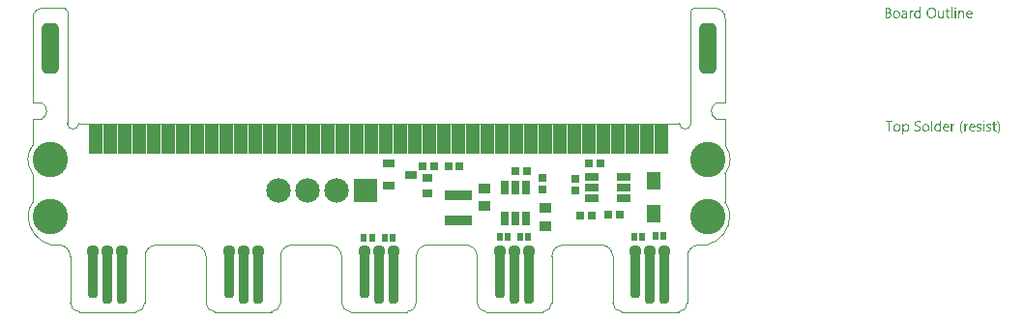
<source format=gts>
G04*
G04 #@! TF.GenerationSoftware,Altium Limited,Altium Designer,21.9.2 (33)*
G04*
G04 Layer_Color=8388736*
%FSAX25Y25*%
%MOIN*%
G70*
G04*
G04 #@! TF.SameCoordinates,2EB92662-9E55-42C7-936B-B314CFDC8511*
G04*
G04*
G04 #@! TF.FilePolarity,Negative*
G04*
G01*
G75*
%ADD12C,0.00394*%
%ADD26R,0.04921X0.05906*%
%ADD27R,0.01968X0.03150*%
%ADD28R,0.02953X0.04528*%
%ADD29R,0.04528X0.02953*%
%ADD30R,0.04528X0.10433*%
G04:AMPARAMS|DCode=31|XSize=35.43mil|YSize=188.98mil|CornerRadius=13.82mil|HoleSize=0mil|Usage=FLASHONLY|Rotation=180.000|XOffset=0mil|YOffset=0mil|HoleType=Round|Shape=RoundedRectangle|*
%AMROUNDEDRECTD31*
21,1,0.03543,0.16134,0,0,180.0*
21,1,0.00780,0.18898,0,0,180.0*
1,1,0.02764,-0.00390,0.08067*
1,1,0.02764,0.00390,0.08067*
1,1,0.02764,0.00390,-0.08067*
1,1,0.02764,-0.00390,-0.08067*
%
%ADD31ROUNDEDRECTD31*%
G04:AMPARAMS|DCode=32|XSize=35.43mil|YSize=169.29mil|CornerRadius=13.82mil|HoleSize=0mil|Usage=FLASHONLY|Rotation=180.000|XOffset=0mil|YOffset=0mil|HoleType=Round|Shape=RoundedRectangle|*
%AMROUNDEDRECTD32*
21,1,0.03543,0.14165,0,0,180.0*
21,1,0.00780,0.16929,0,0,180.0*
1,1,0.02764,-0.00390,0.07083*
1,1,0.02764,0.00390,0.07083*
1,1,0.02764,0.00390,-0.07083*
1,1,0.02764,-0.00390,-0.07083*
%
%ADD32ROUNDEDRECTD32*%
%ADD33R,0.02559X0.02756*%
%ADD34R,0.02559X0.02756*%
%ADD35R,0.04134X0.02953*%
%ADD36R,0.03740X0.02953*%
%ADD37R,0.02756X0.02559*%
%ADD38R,0.09252X0.03740*%
%ADD39R,0.04134X0.03740*%
G04:AMPARAMS|DCode=40|XSize=57.09mil|YSize=175.2mil|CornerRadius=15.75mil|HoleSize=0mil|Usage=FLASHONLY|Rotation=0.000|XOffset=0mil|YOffset=0mil|HoleType=Round|Shape=RoundedRectangle|*
%AMROUNDEDRECTD40*
21,1,0.05709,0.14370,0,0,0.0*
21,1,0.02559,0.17520,0,0,0.0*
1,1,0.03150,0.01280,-0.07185*
1,1,0.03150,-0.01280,-0.07185*
1,1,0.03150,-0.01280,0.07185*
1,1,0.03150,0.01280,0.07185*
%
%ADD40ROUNDEDRECTD40*%
%ADD41C,0.00591*%
%ADD42C,0.04370*%
%ADD43C,0.08465*%
%ADD44R,0.08465X0.08465*%
%ADD45C,0.12205*%
G36*
X0073390Y0108274D02*
X0073414D01*
X0073470Y0108250D01*
X0073501Y0108231D01*
X0073532Y0108206D01*
X0073538Y0108200D01*
X0073545Y0108194D01*
X0073576Y0108157D01*
X0073600Y0108095D01*
X0073606Y0108058D01*
X0073613Y0108021D01*
Y0108015D01*
Y0108002D01*
X0073606Y0107984D01*
X0073600Y0107959D01*
X0073582Y0107897D01*
X0073557Y0107866D01*
X0073532Y0107835D01*
X0073526D01*
X0073520Y0107823D01*
X0073483Y0107798D01*
X0073427Y0107773D01*
X0073390Y0107767D01*
X0073353Y0107761D01*
X0073334D01*
X0073316Y0107767D01*
X0073291D01*
X0073229Y0107792D01*
X0073198Y0107804D01*
X0073167Y0107829D01*
Y0107835D01*
X0073154Y0107841D01*
X0073142Y0107860D01*
X0073130Y0107878D01*
X0073105Y0107940D01*
X0073099Y0107977D01*
X0073093Y0108021D01*
Y0108027D01*
Y0108039D01*
X0073099Y0108058D01*
X0073105Y0108089D01*
X0073124Y0108144D01*
X0073142Y0108176D01*
X0073167Y0108206D01*
X0073173Y0108213D01*
X0073179Y0108219D01*
X0073216Y0108244D01*
X0073278Y0108268D01*
X0073316Y0108281D01*
X0073371D01*
X0073390Y0108274D01*
D02*
G37*
G36*
X0061400Y0104610D02*
X0060997D01*
Y0105031D01*
X0060985D01*
Y0105025D01*
X0060973Y0105012D01*
X0060954Y0104988D01*
X0060935Y0104957D01*
X0060905Y0104920D01*
X0060867Y0104882D01*
X0060824Y0104839D01*
X0060774Y0104796D01*
X0060719Y0104746D01*
X0060651Y0104703D01*
X0060583Y0104666D01*
X0060502Y0104629D01*
X0060422Y0104598D01*
X0060329Y0104573D01*
X0060230Y0104560D01*
X0060125Y0104554D01*
X0060081D01*
X0060044Y0104560D01*
X0060007Y0104567D01*
X0059957Y0104573D01*
X0059852Y0104598D01*
X0059728Y0104635D01*
X0059605Y0104697D01*
X0059536Y0104734D01*
X0059481Y0104777D01*
X0059419Y0104833D01*
X0059363Y0104889D01*
Y0104895D01*
X0059351Y0104907D01*
X0059338Y0104926D01*
X0059320Y0104950D01*
X0059301Y0104981D01*
X0059277Y0105025D01*
X0059252Y0105074D01*
X0059227Y0105130D01*
X0059196Y0105192D01*
X0059171Y0105260D01*
X0059147Y0105334D01*
X0059128Y0105415D01*
X0059109Y0105501D01*
X0059097Y0105600D01*
X0059091Y0105700D01*
X0059085Y0105805D01*
Y0105811D01*
Y0105830D01*
Y0105867D01*
X0059091Y0105910D01*
X0059097Y0105959D01*
X0059103Y0106021D01*
X0059109Y0106089D01*
X0059122Y0106164D01*
X0059159Y0106325D01*
X0059215Y0106492D01*
X0059252Y0106572D01*
X0059295Y0106653D01*
X0059338Y0106727D01*
X0059394Y0106801D01*
X0059400Y0106807D01*
X0059407Y0106820D01*
X0059425Y0106838D01*
X0059450Y0106863D01*
X0059481Y0106888D01*
X0059524Y0106919D01*
X0059567Y0106956D01*
X0059617Y0106993D01*
X0059741Y0107061D01*
X0059883Y0107123D01*
X0059964Y0107142D01*
X0060050Y0107160D01*
X0060137Y0107173D01*
X0060236Y0107179D01*
X0060286D01*
X0060323Y0107173D01*
X0060360Y0107167D01*
X0060409Y0107160D01*
X0060521Y0107129D01*
X0060645Y0107080D01*
X0060706Y0107049D01*
X0060768Y0107006D01*
X0060830Y0106962D01*
X0060886Y0106906D01*
X0060935Y0106845D01*
X0060985Y0106770D01*
X0060997D01*
Y0108330D01*
X0061400D01*
Y0104610D01*
D02*
G37*
G36*
X0075668Y0107173D02*
X0075742Y0107167D01*
X0075835Y0107148D01*
X0075934Y0107117D01*
X0076039Y0107068D01*
X0076144Y0106999D01*
X0076188Y0106962D01*
X0076231Y0106913D01*
X0076243Y0106900D01*
X0076268Y0106863D01*
X0076299Y0106801D01*
X0076342Y0106715D01*
X0076380Y0106609D01*
X0076417Y0106479D01*
X0076441Y0106325D01*
X0076448Y0106145D01*
Y0104610D01*
X0076045D01*
Y0106040D01*
Y0106046D01*
Y0106077D01*
X0076039Y0106114D01*
Y0106164D01*
X0076027Y0106226D01*
X0076014Y0106294D01*
X0075996Y0106368D01*
X0075971Y0106442D01*
X0075940Y0106517D01*
X0075903Y0106585D01*
X0075853Y0106653D01*
X0075798Y0106715D01*
X0075736Y0106764D01*
X0075655Y0106801D01*
X0075569Y0106832D01*
X0075463Y0106838D01*
X0075451D01*
X0075414Y0106832D01*
X0075358Y0106826D01*
X0075290Y0106807D01*
X0075210Y0106783D01*
X0075123Y0106739D01*
X0075042Y0106684D01*
X0074962Y0106609D01*
X0074956Y0106597D01*
X0074931Y0106572D01*
X0074900Y0106523D01*
X0074863Y0106455D01*
X0074826Y0106374D01*
X0074795Y0106275D01*
X0074770Y0106164D01*
X0074764Y0106040D01*
Y0104610D01*
X0074362D01*
Y0107123D01*
X0074764D01*
Y0106702D01*
X0074776D01*
X0074783Y0106708D01*
X0074789Y0106721D01*
X0074807Y0106746D01*
X0074832Y0106776D01*
X0074857Y0106814D01*
X0074894Y0106851D01*
X0074937Y0106894D01*
X0074987Y0106944D01*
X0075042Y0106987D01*
X0075104Y0107030D01*
X0075173Y0107068D01*
X0075247Y0107105D01*
X0075321Y0107136D01*
X0075408Y0107160D01*
X0075501Y0107173D01*
X0075600Y0107179D01*
X0075637D01*
X0075668Y0107173D01*
D02*
G37*
G36*
X0058670Y0107160D02*
X0058744Y0107154D01*
X0058788Y0107142D01*
X0058819Y0107129D01*
Y0106715D01*
X0058812Y0106721D01*
X0058800Y0106727D01*
X0058775Y0106739D01*
X0058744Y0106758D01*
X0058701Y0106770D01*
X0058645Y0106783D01*
X0058583Y0106789D01*
X0058515Y0106795D01*
X0058503D01*
X0058472Y0106789D01*
X0058422Y0106783D01*
X0058367Y0106764D01*
X0058292Y0106733D01*
X0058224Y0106690D01*
X0058150Y0106628D01*
X0058082Y0106547D01*
X0058076Y0106535D01*
X0058057Y0106504D01*
X0058026Y0106448D01*
X0057995Y0106374D01*
X0057964Y0106281D01*
X0057933Y0106164D01*
X0057915Y0106034D01*
X0057909Y0105885D01*
Y0104610D01*
X0057506D01*
Y0107123D01*
X0057909D01*
Y0106603D01*
X0057921D01*
Y0106609D01*
X0057927Y0106616D01*
X0057939Y0106647D01*
X0057958Y0106696D01*
X0057989Y0106758D01*
X0058020Y0106820D01*
X0058069Y0106888D01*
X0058119Y0106956D01*
X0058181Y0107018D01*
X0058187Y0107024D01*
X0058212Y0107043D01*
X0058249Y0107068D01*
X0058298Y0107092D01*
X0058354Y0107117D01*
X0058422Y0107142D01*
X0058497Y0107160D01*
X0058577Y0107167D01*
X0058633D01*
X0058670Y0107160D01*
D02*
G37*
G36*
X0069410Y0104610D02*
X0069007D01*
Y0105006D01*
X0068995D01*
Y0105000D01*
X0068982Y0104988D01*
X0068970Y0104963D01*
X0068945Y0104938D01*
X0068890Y0104864D01*
X0068803Y0104783D01*
X0068753Y0104740D01*
X0068698Y0104697D01*
X0068636Y0104660D01*
X0068562Y0104622D01*
X0068487Y0104598D01*
X0068407Y0104573D01*
X0068314Y0104560D01*
X0068221Y0104554D01*
X0068184D01*
X0068141Y0104560D01*
X0068079Y0104573D01*
X0068011Y0104585D01*
X0067936Y0104610D01*
X0067856Y0104641D01*
X0067775Y0104691D01*
X0067689Y0104746D01*
X0067608Y0104814D01*
X0067534Y0104901D01*
X0067466Y0105006D01*
X0067404Y0105124D01*
X0067361Y0105266D01*
X0067336Y0105433D01*
X0067324Y0105520D01*
Y0105619D01*
Y0107123D01*
X0067720D01*
Y0105681D01*
Y0105675D01*
Y0105650D01*
X0067726Y0105607D01*
X0067732Y0105557D01*
X0067738Y0105495D01*
X0067751Y0105433D01*
X0067769Y0105359D01*
X0067794Y0105285D01*
X0067831Y0105210D01*
X0067868Y0105142D01*
X0067918Y0105074D01*
X0067980Y0105012D01*
X0068048Y0104963D01*
X0068128Y0104926D01*
X0068227Y0104895D01*
X0068332Y0104889D01*
X0068345D01*
X0068382Y0104895D01*
X0068438Y0104901D01*
X0068500Y0104913D01*
X0068580Y0104944D01*
X0068661Y0104981D01*
X0068741Y0105031D01*
X0068815Y0105105D01*
X0068822Y0105118D01*
X0068846Y0105142D01*
X0068877Y0105192D01*
X0068914Y0105260D01*
X0068945Y0105341D01*
X0068976Y0105439D01*
X0069001Y0105551D01*
X0069007Y0105675D01*
Y0107123D01*
X0069410D01*
Y0104610D01*
D02*
G37*
G36*
X0073545D02*
X0073142D01*
Y0107123D01*
X0073545D01*
Y0104610D01*
D02*
G37*
G36*
X0072325D02*
X0071923D01*
Y0108330D01*
X0072325D01*
Y0104610D01*
D02*
G37*
G36*
X0055946Y0107173D02*
X0056002Y0107167D01*
X0056070Y0107148D01*
X0056144Y0107129D01*
X0056225Y0107098D01*
X0056312Y0107061D01*
X0056392Y0107012D01*
X0056472Y0106950D01*
X0056547Y0106876D01*
X0056615Y0106783D01*
X0056671Y0106677D01*
X0056714Y0106554D01*
X0056739Y0106411D01*
X0056751Y0106244D01*
Y0104610D01*
X0056349D01*
Y0105000D01*
X0056336D01*
Y0104994D01*
X0056324Y0104981D01*
X0056312Y0104957D01*
X0056287Y0104932D01*
X0056225Y0104858D01*
X0056144Y0104777D01*
X0056033Y0104697D01*
X0055903Y0104622D01*
X0055822Y0104598D01*
X0055742Y0104573D01*
X0055655Y0104560D01*
X0055563Y0104554D01*
X0055525D01*
X0055501Y0104560D01*
X0055433Y0104567D01*
X0055352Y0104579D01*
X0055253Y0104604D01*
X0055160Y0104635D01*
X0055061Y0104684D01*
X0054975Y0104746D01*
X0054968Y0104759D01*
X0054944Y0104783D01*
X0054906Y0104827D01*
X0054869Y0104889D01*
X0054832Y0104963D01*
X0054795Y0105050D01*
X0054770Y0105155D01*
X0054764Y0105272D01*
Y0105279D01*
Y0105303D01*
X0054770Y0105341D01*
X0054776Y0105384D01*
X0054789Y0105439D01*
X0054807Y0105501D01*
X0054832Y0105570D01*
X0054869Y0105638D01*
X0054913Y0105712D01*
X0054968Y0105786D01*
X0055036Y0105854D01*
X0055117Y0105916D01*
X0055210Y0105978D01*
X0055321Y0106027D01*
X0055445Y0106065D01*
X0055594Y0106096D01*
X0056349Y0106201D01*
Y0106207D01*
Y0106226D01*
X0056343Y0106263D01*
Y0106300D01*
X0056330Y0106349D01*
X0056324Y0106405D01*
X0056287Y0106523D01*
X0056256Y0106579D01*
X0056225Y0106634D01*
X0056182Y0106690D01*
X0056132Y0106739D01*
X0056070Y0106783D01*
X0056002Y0106814D01*
X0055922Y0106832D01*
X0055829Y0106838D01*
X0055785D01*
X0055754Y0106832D01*
X0055711D01*
X0055668Y0106820D01*
X0055556Y0106801D01*
X0055433Y0106764D01*
X0055296Y0106708D01*
X0055222Y0106671D01*
X0055154Y0106634D01*
X0055080Y0106585D01*
X0055012Y0106529D01*
Y0106944D01*
X0055018D01*
X0055030Y0106956D01*
X0055049Y0106968D01*
X0055080Y0106981D01*
X0055111Y0106999D01*
X0055154Y0107018D01*
X0055203Y0107036D01*
X0055259Y0107061D01*
X0055383Y0107105D01*
X0055532Y0107142D01*
X0055693Y0107167D01*
X0055866Y0107179D01*
X0055903D01*
X0055946Y0107173D01*
D02*
G37*
G36*
X0050258Y0108120D02*
X0050301D01*
X0050344Y0108114D01*
X0050443Y0108101D01*
X0050561Y0108070D01*
X0050685Y0108033D01*
X0050802Y0107977D01*
X0050908Y0107903D01*
X0050914D01*
X0050920Y0107891D01*
X0050951Y0107866D01*
X0050994Y0107817D01*
X0051044Y0107748D01*
X0051087Y0107662D01*
X0051130Y0107563D01*
X0051161Y0107451D01*
X0051174Y0107389D01*
Y0107321D01*
Y0107315D01*
Y0107309D01*
Y0107272D01*
X0051168Y0107216D01*
X0051155Y0107148D01*
X0051137Y0107061D01*
X0051106Y0106975D01*
X0051069Y0106888D01*
X0051013Y0106801D01*
X0051007Y0106789D01*
X0050982Y0106764D01*
X0050945Y0106727D01*
X0050895Y0106677D01*
X0050833Y0106628D01*
X0050759Y0106572D01*
X0050666Y0106529D01*
X0050567Y0106486D01*
Y0106479D01*
X0050586D01*
X0050604Y0106473D01*
X0050623Y0106467D01*
X0050691Y0106455D01*
X0050771Y0106430D01*
X0050858Y0106393D01*
X0050951Y0106349D01*
X0051044Y0106288D01*
X0051130Y0106207D01*
X0051143Y0106195D01*
X0051168Y0106164D01*
X0051199Y0106120D01*
X0051242Y0106052D01*
X0051279Y0105966D01*
X0051316Y0105867D01*
X0051341Y0105749D01*
X0051347Y0105619D01*
Y0105613D01*
Y0105600D01*
Y0105576D01*
X0051341Y0105545D01*
X0051335Y0105508D01*
X0051329Y0105464D01*
X0051304Y0105359D01*
X0051267Y0105241D01*
X0051211Y0105118D01*
X0051174Y0105062D01*
X0051130Y0105000D01*
X0051075Y0104944D01*
X0051019Y0104889D01*
X0051013D01*
X0051007Y0104876D01*
X0050988Y0104864D01*
X0050963Y0104845D01*
X0050932Y0104827D01*
X0050889Y0104802D01*
X0050796Y0104752D01*
X0050679Y0104697D01*
X0050542Y0104653D01*
X0050381Y0104622D01*
X0050301Y0104616D01*
X0050208Y0104610D01*
X0049181D01*
Y0108126D01*
X0050227D01*
X0050258Y0108120D01*
D02*
G37*
G36*
X0070753Y0107123D02*
X0071390D01*
Y0106776D01*
X0070753D01*
Y0105359D01*
Y0105347D01*
Y0105316D01*
X0070759Y0105272D01*
X0070765Y0105217D01*
X0070790Y0105099D01*
X0070809Y0105043D01*
X0070840Y0105000D01*
X0070846Y0104994D01*
X0070858Y0104981D01*
X0070877Y0104969D01*
X0070908Y0104950D01*
X0070945Y0104926D01*
X0070994Y0104913D01*
X0071056Y0104901D01*
X0071124Y0104895D01*
X0071149D01*
X0071180Y0104901D01*
X0071217Y0104907D01*
X0071304Y0104932D01*
X0071347Y0104950D01*
X0071390Y0104975D01*
Y0104629D01*
X0071384D01*
X0071366Y0104616D01*
X0071335Y0104610D01*
X0071291Y0104598D01*
X0071236Y0104585D01*
X0071174Y0104573D01*
X0071100Y0104567D01*
X0071013Y0104560D01*
X0070982D01*
X0070951Y0104567D01*
X0070908Y0104573D01*
X0070858Y0104585D01*
X0070802Y0104598D01*
X0070747Y0104622D01*
X0070685Y0104653D01*
X0070623Y0104691D01*
X0070561Y0104740D01*
X0070505Y0104796D01*
X0070456Y0104870D01*
X0070412Y0104950D01*
X0070381Y0105050D01*
X0070357Y0105161D01*
X0070350Y0105291D01*
Y0106776D01*
X0069923D01*
Y0107123D01*
X0070350D01*
Y0107736D01*
X0070753Y0107866D01*
Y0107123D01*
D02*
G37*
G36*
X0078280Y0107173D02*
X0078323Y0107167D01*
X0078367Y0107160D01*
X0078478Y0107142D01*
X0078602Y0107098D01*
X0078725Y0107043D01*
X0078787Y0107006D01*
X0078849Y0106962D01*
X0078905Y0106913D01*
X0078961Y0106857D01*
X0078967Y0106851D01*
X0078973Y0106845D01*
X0078986Y0106826D01*
X0079004Y0106801D01*
X0079023Y0106764D01*
X0079047Y0106727D01*
X0079072Y0106684D01*
X0079097Y0106628D01*
X0079122Y0106566D01*
X0079146Y0106504D01*
X0079171Y0106430D01*
X0079190Y0106349D01*
X0079208Y0106263D01*
X0079221Y0106176D01*
X0079233Y0106077D01*
Y0105972D01*
Y0105761D01*
X0077457D01*
Y0105755D01*
Y0105743D01*
Y0105724D01*
X0077463Y0105693D01*
X0077469Y0105656D01*
Y0105619D01*
X0077487Y0105520D01*
X0077518Y0105421D01*
X0077556Y0105309D01*
X0077611Y0105204D01*
X0077679Y0105111D01*
X0077692Y0105099D01*
X0077717Y0105074D01*
X0077766Y0105043D01*
X0077834Y0105000D01*
X0077921Y0104957D01*
X0078020Y0104926D01*
X0078137Y0104901D01*
X0078274Y0104889D01*
X0078317D01*
X0078348Y0104895D01*
X0078385D01*
X0078428Y0104901D01*
X0078534Y0104926D01*
X0078651Y0104957D01*
X0078781Y0105006D01*
X0078917Y0105074D01*
X0078986Y0105118D01*
X0079054Y0105167D01*
Y0104790D01*
X0079047D01*
X0079041Y0104777D01*
X0079023Y0104771D01*
X0078992Y0104752D01*
X0078961Y0104734D01*
X0078924Y0104715D01*
X0078874Y0104697D01*
X0078825Y0104672D01*
X0078763Y0104647D01*
X0078695Y0104629D01*
X0078546Y0104592D01*
X0078373Y0104567D01*
X0078181Y0104554D01*
X0078131D01*
X0078094Y0104560D01*
X0078051Y0104567D01*
X0077995Y0104573D01*
X0077877Y0104598D01*
X0077741Y0104635D01*
X0077605Y0104697D01*
X0077537Y0104740D01*
X0077469Y0104783D01*
X0077407Y0104833D01*
X0077345Y0104895D01*
X0077339Y0104901D01*
X0077333Y0104913D01*
X0077320Y0104932D01*
X0077296Y0104957D01*
X0077277Y0104994D01*
X0077252Y0105037D01*
X0077221Y0105087D01*
X0077197Y0105142D01*
X0077166Y0105204D01*
X0077141Y0105279D01*
X0077110Y0105359D01*
X0077091Y0105446D01*
X0077073Y0105538D01*
X0077054Y0105638D01*
X0077048Y0105743D01*
X0077042Y0105854D01*
Y0105860D01*
Y0105879D01*
Y0105910D01*
X0077048Y0105953D01*
X0077054Y0106003D01*
X0077060Y0106059D01*
X0077067Y0106127D01*
X0077085Y0106195D01*
X0077122Y0106343D01*
X0077178Y0106504D01*
X0077215Y0106585D01*
X0077265Y0106659D01*
X0077314Y0106739D01*
X0077370Y0106807D01*
X0077376Y0106814D01*
X0077389Y0106826D01*
X0077407Y0106845D01*
X0077432Y0106863D01*
X0077463Y0106894D01*
X0077500Y0106925D01*
X0077549Y0106956D01*
X0077599Y0106993D01*
X0077717Y0107061D01*
X0077859Y0107123D01*
X0077939Y0107142D01*
X0078020Y0107160D01*
X0078106Y0107173D01*
X0078199Y0107179D01*
X0078249D01*
X0078280Y0107173D01*
D02*
G37*
G36*
X0065237Y0108182D02*
X0065299Y0108176D01*
X0065374Y0108163D01*
X0065454Y0108144D01*
X0065541Y0108126D01*
X0065627Y0108101D01*
X0065727Y0108070D01*
X0065819Y0108027D01*
X0065918Y0107977D01*
X0066018Y0107922D01*
X0066110Y0107854D01*
X0066203Y0107779D01*
X0066290Y0107693D01*
X0066296Y0107686D01*
X0066308Y0107668D01*
X0066333Y0107643D01*
X0066358Y0107606D01*
X0066395Y0107556D01*
X0066432Y0107495D01*
X0066469Y0107427D01*
X0066513Y0107352D01*
X0066556Y0107259D01*
X0066593Y0107167D01*
X0066630Y0107061D01*
X0066667Y0106944D01*
X0066692Y0106826D01*
X0066717Y0106696D01*
X0066729Y0106554D01*
X0066736Y0106411D01*
Y0106399D01*
Y0106374D01*
Y0106331D01*
X0066729Y0106269D01*
X0066723Y0106195D01*
X0066711Y0106114D01*
X0066698Y0106021D01*
X0066680Y0105916D01*
X0066655Y0105811D01*
X0066624Y0105700D01*
X0066587Y0105588D01*
X0066544Y0105477D01*
X0066488Y0105359D01*
X0066426Y0105254D01*
X0066358Y0105149D01*
X0066277Y0105050D01*
X0066271Y0105043D01*
X0066259Y0105031D01*
X0066228Y0105006D01*
X0066197Y0104975D01*
X0066148Y0104932D01*
X0066092Y0104895D01*
X0066030Y0104845D01*
X0065956Y0104802D01*
X0065875Y0104759D01*
X0065782Y0104709D01*
X0065683Y0104672D01*
X0065572Y0104635D01*
X0065454Y0104598D01*
X0065330Y0104573D01*
X0065200Y0104560D01*
X0065058Y0104554D01*
X0065027D01*
X0064984Y0104560D01*
X0064934D01*
X0064872Y0104567D01*
X0064798Y0104579D01*
X0064718Y0104598D01*
X0064625Y0104616D01*
X0064532Y0104641D01*
X0064433Y0104672D01*
X0064334Y0104715D01*
X0064235Y0104759D01*
X0064136Y0104814D01*
X0064037Y0104882D01*
X0063944Y0104957D01*
X0063857Y0105043D01*
X0063851Y0105050D01*
X0063839Y0105068D01*
X0063814Y0105093D01*
X0063789Y0105130D01*
X0063752Y0105180D01*
X0063715Y0105241D01*
X0063678Y0105309D01*
X0063634Y0105390D01*
X0063591Y0105477D01*
X0063554Y0105570D01*
X0063517Y0105675D01*
X0063480Y0105792D01*
X0063455Y0105910D01*
X0063430Y0106040D01*
X0063418Y0106182D01*
X0063411Y0106325D01*
Y0106337D01*
Y0106362D01*
X0063418Y0106405D01*
Y0106467D01*
X0063424Y0106535D01*
X0063436Y0106622D01*
X0063449Y0106715D01*
X0063467Y0106814D01*
X0063492Y0106919D01*
X0063523Y0107030D01*
X0063560Y0107142D01*
X0063603Y0107253D01*
X0063659Y0107365D01*
X0063721Y0107476D01*
X0063789Y0107581D01*
X0063870Y0107680D01*
X0063876Y0107686D01*
X0063888Y0107705D01*
X0063919Y0107730D01*
X0063956Y0107761D01*
X0063999Y0107798D01*
X0064055Y0107841D01*
X0064123Y0107885D01*
X0064198Y0107934D01*
X0064284Y0107984D01*
X0064377Y0108027D01*
X0064476Y0108070D01*
X0064588Y0108107D01*
X0064711Y0108138D01*
X0064841Y0108169D01*
X0064978Y0108182D01*
X0065120Y0108188D01*
X0065188D01*
X0065237Y0108182D01*
D02*
G37*
G36*
X0053210Y0107173D02*
X0053254Y0107167D01*
X0053309Y0107160D01*
X0053433Y0107136D01*
X0053576Y0107092D01*
X0053718Y0107030D01*
X0053792Y0106993D01*
X0053860Y0106950D01*
X0053928Y0106894D01*
X0053990Y0106832D01*
X0053996Y0106826D01*
X0054003Y0106814D01*
X0054021Y0106795D01*
X0054040Y0106770D01*
X0054065Y0106733D01*
X0054089Y0106690D01*
X0054120Y0106640D01*
X0054151Y0106585D01*
X0054176Y0106517D01*
X0054207Y0106448D01*
X0054232Y0106368D01*
X0054256Y0106281D01*
X0054275Y0106188D01*
X0054294Y0106089D01*
X0054300Y0105984D01*
X0054306Y0105873D01*
Y0105867D01*
Y0105848D01*
Y0105817D01*
X0054300Y0105774D01*
X0054294Y0105724D01*
X0054287Y0105662D01*
X0054275Y0105600D01*
X0054263Y0105526D01*
X0054225Y0105378D01*
X0054164Y0105217D01*
X0054127Y0105136D01*
X0054077Y0105056D01*
X0054027Y0104981D01*
X0053966Y0104913D01*
X0053959Y0104907D01*
X0053947Y0104901D01*
X0053928Y0104882D01*
X0053904Y0104858D01*
X0053866Y0104833D01*
X0053829Y0104802D01*
X0053780Y0104765D01*
X0053724Y0104734D01*
X0053662Y0104703D01*
X0053594Y0104666D01*
X0053520Y0104635D01*
X0053439Y0104610D01*
X0053353Y0104585D01*
X0053260Y0104573D01*
X0053161Y0104560D01*
X0053056Y0104554D01*
X0053000D01*
X0052963Y0104560D01*
X0052919Y0104567D01*
X0052864Y0104573D01*
X0052802Y0104585D01*
X0052734Y0104598D01*
X0052591Y0104641D01*
X0052443Y0104703D01*
X0052368Y0104740D01*
X0052300Y0104790D01*
X0052232Y0104839D01*
X0052164Y0104901D01*
X0052158Y0104907D01*
X0052152Y0104920D01*
X0052133Y0104938D01*
X0052115Y0104963D01*
X0052090Y0105000D01*
X0052059Y0105043D01*
X0052028Y0105093D01*
X0052003Y0105149D01*
X0051972Y0105217D01*
X0051941Y0105285D01*
X0051911Y0105359D01*
X0051886Y0105446D01*
X0051849Y0105631D01*
X0051842Y0105730D01*
X0051836Y0105836D01*
Y0105842D01*
Y0105867D01*
Y0105898D01*
X0051842Y0105941D01*
X0051849Y0105990D01*
X0051855Y0106052D01*
X0051867Y0106120D01*
X0051880Y0106195D01*
X0051917Y0106356D01*
X0051978Y0106517D01*
X0052022Y0106597D01*
X0052065Y0106677D01*
X0052115Y0106752D01*
X0052177Y0106820D01*
X0052183Y0106826D01*
X0052195Y0106838D01*
X0052214Y0106851D01*
X0052239Y0106876D01*
X0052276Y0106900D01*
X0052319Y0106931D01*
X0052368Y0106968D01*
X0052424Y0106999D01*
X0052486Y0107030D01*
X0052560Y0107068D01*
X0052635Y0107098D01*
X0052721Y0107123D01*
X0052808Y0107148D01*
X0052907Y0107167D01*
X0053012Y0107173D01*
X0053118Y0107179D01*
X0053173D01*
X0053210Y0107173D01*
D02*
G37*
G36*
X0083207Y0069213D02*
X0083232D01*
X0083288Y0069188D01*
X0083319Y0069169D01*
X0083350Y0069145D01*
X0083356Y0069138D01*
X0083362Y0069132D01*
X0083393Y0069095D01*
X0083418Y0069033D01*
X0083424Y0068996D01*
X0083430Y0068959D01*
Y0068953D01*
Y0068940D01*
X0083424Y0068922D01*
X0083418Y0068897D01*
X0083399Y0068835D01*
X0083374Y0068804D01*
X0083350Y0068773D01*
X0083343D01*
X0083337Y0068761D01*
X0083300Y0068736D01*
X0083244Y0068711D01*
X0083207Y0068705D01*
X0083170Y0068699D01*
X0083151D01*
X0083133Y0068705D01*
X0083108D01*
X0083046Y0068730D01*
X0083015Y0068742D01*
X0082984Y0068767D01*
Y0068773D01*
X0082972Y0068779D01*
X0082960Y0068798D01*
X0082947Y0068817D01*
X0082922Y0068878D01*
X0082916Y0068915D01*
X0082910Y0068959D01*
Y0068965D01*
Y0068977D01*
X0082916Y0068996D01*
X0082922Y0069027D01*
X0082941Y0069083D01*
X0082960Y0069114D01*
X0082984Y0069145D01*
X0082990Y0069151D01*
X0082997Y0069157D01*
X0083034Y0069182D01*
X0083096Y0069207D01*
X0083133Y0069219D01*
X0083188D01*
X0083207Y0069213D01*
D02*
G37*
G36*
X0060638Y0069120D02*
X0060688D01*
X0060799Y0069107D01*
X0060923Y0069095D01*
X0061047Y0069070D01*
X0061164Y0069039D01*
X0061214Y0069021D01*
X0061264Y0068996D01*
Y0068532D01*
X0061257D01*
X0061251Y0068544D01*
X0061233Y0068550D01*
X0061208Y0068569D01*
X0061177Y0068581D01*
X0061140Y0068600D01*
X0061047Y0068643D01*
X0060935Y0068680D01*
X0060799Y0068717D01*
X0060638Y0068742D01*
X0060465Y0068748D01*
X0060416D01*
X0060378Y0068742D01*
X0060341D01*
X0060292Y0068736D01*
X0060193Y0068717D01*
X0060186D01*
X0060168Y0068711D01*
X0060143Y0068705D01*
X0060112Y0068699D01*
X0060038Y0068668D01*
X0059951Y0068631D01*
X0059945D01*
X0059933Y0068618D01*
X0059914Y0068606D01*
X0059889Y0068587D01*
X0059834Y0068532D01*
X0059778Y0068464D01*
Y0068458D01*
X0059766Y0068445D01*
X0059759Y0068427D01*
X0059747Y0068396D01*
X0059735Y0068358D01*
X0059728Y0068321D01*
X0059716Y0068222D01*
Y0068216D01*
Y0068198D01*
Y0068173D01*
X0059722Y0068142D01*
X0059735Y0068068D01*
X0059766Y0067987D01*
Y0067981D01*
X0059778Y0067968D01*
X0059784Y0067950D01*
X0059803Y0067925D01*
X0059852Y0067869D01*
X0059914Y0067808D01*
X0059920Y0067801D01*
X0059933Y0067795D01*
X0059951Y0067777D01*
X0059982Y0067758D01*
X0060019Y0067733D01*
X0060057Y0067708D01*
X0060155Y0067647D01*
X0060162Y0067640D01*
X0060180Y0067634D01*
X0060211Y0067616D01*
X0060248Y0067597D01*
X0060298Y0067572D01*
X0060354Y0067548D01*
X0060477Y0067486D01*
X0060484Y0067479D01*
X0060508Y0067467D01*
X0060545Y0067449D01*
X0060595Y0067424D01*
X0060651Y0067399D01*
X0060713Y0067362D01*
X0060836Y0067288D01*
X0060843Y0067281D01*
X0060867Y0067269D01*
X0060898Y0067250D01*
X0060942Y0067220D01*
X0061035Y0067145D01*
X0061134Y0067059D01*
X0061140Y0067052D01*
X0061158Y0067040D01*
X0061177Y0067009D01*
X0061208Y0066978D01*
X0061239Y0066935D01*
X0061276Y0066891D01*
X0061338Y0066780D01*
X0061344Y0066774D01*
X0061350Y0066755D01*
X0061363Y0066724D01*
X0061375Y0066681D01*
X0061387Y0066631D01*
X0061400Y0066570D01*
X0061412Y0066508D01*
Y0066433D01*
Y0066421D01*
Y0066390D01*
X0061406Y0066341D01*
X0061400Y0066279D01*
X0061387Y0066211D01*
X0061369Y0066136D01*
X0061344Y0066062D01*
X0061307Y0065994D01*
X0061301Y0065988D01*
X0061288Y0065963D01*
X0061264Y0065932D01*
X0061239Y0065889D01*
X0061195Y0065845D01*
X0061152Y0065796D01*
X0061096Y0065746D01*
X0061035Y0065697D01*
X0061028Y0065691D01*
X0061004Y0065678D01*
X0060966Y0065660D01*
X0060917Y0065635D01*
X0060861Y0065610D01*
X0060793Y0065585D01*
X0060713Y0065561D01*
X0060632Y0065542D01*
X0060620D01*
X0060595Y0065536D01*
X0060552Y0065530D01*
X0060490Y0065517D01*
X0060422Y0065511D01*
X0060341Y0065499D01*
X0060255Y0065492D01*
X0060106D01*
X0060038Y0065499D01*
X0059951Y0065505D01*
X0059933D01*
X0059908Y0065511D01*
X0059877Y0065517D01*
X0059797Y0065523D01*
X0059704Y0065542D01*
X0059698D01*
X0059679Y0065548D01*
X0059654Y0065554D01*
X0059623Y0065561D01*
X0059549Y0065579D01*
X0059462Y0065604D01*
X0059456D01*
X0059444Y0065610D01*
X0059425Y0065616D01*
X0059400Y0065629D01*
X0059338Y0065653D01*
X0059277Y0065691D01*
Y0066173D01*
X0059283Y0066167D01*
X0059295Y0066161D01*
X0059307Y0066149D01*
X0059332Y0066130D01*
X0059400Y0066087D01*
X0059481Y0066037D01*
X0059487D01*
X0059499Y0066031D01*
X0059524Y0066019D01*
X0059555Y0066006D01*
X0059636Y0065969D01*
X0059722Y0065938D01*
X0059728D01*
X0059747Y0065932D01*
X0059772Y0065926D01*
X0059803Y0065920D01*
X0059889Y0065895D01*
X0059982Y0065876D01*
X0060007D01*
X0060032Y0065870D01*
X0060063D01*
X0060137Y0065864D01*
X0060224Y0065858D01*
X0060286D01*
X0060354Y0065864D01*
X0060440Y0065876D01*
X0060533Y0065889D01*
X0060626Y0065913D01*
X0060713Y0065951D01*
X0060793Y0065994D01*
X0060799Y0066000D01*
X0060824Y0066019D01*
X0060855Y0066056D01*
X0060886Y0066099D01*
X0060923Y0066155D01*
X0060948Y0066229D01*
X0060973Y0066310D01*
X0060979Y0066402D01*
Y0066409D01*
Y0066427D01*
Y0066452D01*
X0060973Y0066489D01*
X0060954Y0066570D01*
X0060917Y0066650D01*
Y0066656D01*
X0060905Y0066669D01*
X0060892Y0066687D01*
X0060874Y0066712D01*
X0060818Y0066774D01*
X0060744Y0066842D01*
X0060737Y0066848D01*
X0060725Y0066861D01*
X0060700Y0066873D01*
X0060669Y0066898D01*
X0060632Y0066922D01*
X0060589Y0066953D01*
X0060484Y0067009D01*
X0060477Y0067015D01*
X0060459Y0067021D01*
X0060428Y0067040D01*
X0060385Y0067059D01*
X0060341Y0067089D01*
X0060286Y0067114D01*
X0060155Y0067182D01*
X0060149Y0067189D01*
X0060125Y0067201D01*
X0060088Y0067220D01*
X0060044Y0067238D01*
X0059995Y0067269D01*
X0059939Y0067300D01*
X0059815Y0067368D01*
X0059809Y0067374D01*
X0059790Y0067387D01*
X0059759Y0067405D01*
X0059722Y0067430D01*
X0059629Y0067498D01*
X0059536Y0067579D01*
X0059530Y0067585D01*
X0059518Y0067597D01*
X0059493Y0067622D01*
X0059468Y0067653D01*
X0059438Y0067696D01*
X0059407Y0067739D01*
X0059351Y0067839D01*
Y0067845D01*
X0059338Y0067863D01*
X0059332Y0067894D01*
X0059320Y0067937D01*
X0059307Y0067987D01*
X0059295Y0068049D01*
X0059289Y0068111D01*
X0059283Y0068185D01*
Y0068198D01*
Y0068229D01*
X0059289Y0068272D01*
X0059295Y0068327D01*
X0059307Y0068396D01*
X0059326Y0068464D01*
X0059351Y0068532D01*
X0059388Y0068600D01*
X0059394Y0068606D01*
X0059407Y0068631D01*
X0059431Y0068662D01*
X0059462Y0068705D01*
X0059499Y0068748D01*
X0059549Y0068798D01*
X0059605Y0068848D01*
X0059667Y0068891D01*
X0059673Y0068897D01*
X0059698Y0068909D01*
X0059735Y0068934D01*
X0059778Y0068959D01*
X0059840Y0068984D01*
X0059902Y0069015D01*
X0059976Y0069039D01*
X0060057Y0069064D01*
X0060069D01*
X0060094Y0069077D01*
X0060137Y0069083D01*
X0060199Y0069095D01*
X0060267Y0069107D01*
X0060341Y0069114D01*
X0060508Y0069126D01*
X0060595D01*
X0060638Y0069120D01*
D02*
G37*
G36*
X0068370Y0065548D02*
X0067967D01*
Y0065969D01*
X0067955D01*
Y0065963D01*
X0067943Y0065951D01*
X0067924Y0065926D01*
X0067905Y0065895D01*
X0067874Y0065858D01*
X0067837Y0065821D01*
X0067794Y0065777D01*
X0067744Y0065734D01*
X0067689Y0065684D01*
X0067621Y0065641D01*
X0067553Y0065604D01*
X0067472Y0065567D01*
X0067392Y0065536D01*
X0067299Y0065511D01*
X0067200Y0065499D01*
X0067094Y0065492D01*
X0067051D01*
X0067014Y0065499D01*
X0066977Y0065505D01*
X0066927Y0065511D01*
X0066822Y0065536D01*
X0066698Y0065573D01*
X0066575Y0065635D01*
X0066506Y0065672D01*
X0066451Y0065715D01*
X0066389Y0065771D01*
X0066333Y0065827D01*
Y0065833D01*
X0066321Y0065845D01*
X0066308Y0065864D01*
X0066290Y0065889D01*
X0066271Y0065920D01*
X0066246Y0065963D01*
X0066222Y0066012D01*
X0066197Y0066068D01*
X0066166Y0066130D01*
X0066141Y0066198D01*
X0066116Y0066272D01*
X0066098Y0066353D01*
X0066079Y0066439D01*
X0066067Y0066539D01*
X0066061Y0066638D01*
X0066055Y0066743D01*
Y0066749D01*
Y0066768D01*
Y0066805D01*
X0066061Y0066848D01*
X0066067Y0066898D01*
X0066073Y0066960D01*
X0066079Y0067028D01*
X0066092Y0067102D01*
X0066129Y0067263D01*
X0066185Y0067430D01*
X0066222Y0067510D01*
X0066265Y0067591D01*
X0066308Y0067665D01*
X0066364Y0067739D01*
X0066370Y0067746D01*
X0066377Y0067758D01*
X0066395Y0067777D01*
X0066420Y0067801D01*
X0066451Y0067826D01*
X0066494Y0067857D01*
X0066537Y0067894D01*
X0066587Y0067931D01*
X0066711Y0067999D01*
X0066853Y0068061D01*
X0066934Y0068080D01*
X0067020Y0068098D01*
X0067107Y0068111D01*
X0067206Y0068117D01*
X0067256D01*
X0067293Y0068111D01*
X0067330Y0068105D01*
X0067379Y0068098D01*
X0067491Y0068068D01*
X0067615Y0068018D01*
X0067676Y0067987D01*
X0067738Y0067944D01*
X0067800Y0067900D01*
X0067856Y0067845D01*
X0067905Y0067783D01*
X0067955Y0067708D01*
X0067967D01*
Y0069268D01*
X0068370D01*
Y0065548D01*
D02*
G37*
G36*
X0056423Y0068111D02*
X0056466Y0068105D01*
X0056510Y0068098D01*
X0056621Y0068074D01*
X0056745Y0068037D01*
X0056869Y0067975D01*
X0056931Y0067937D01*
X0056992Y0067888D01*
X0057048Y0067839D01*
X0057104Y0067777D01*
X0057110Y0067770D01*
X0057116Y0067764D01*
X0057129Y0067739D01*
X0057147Y0067715D01*
X0057166Y0067684D01*
X0057191Y0067640D01*
X0057215Y0067591D01*
X0057240Y0067541D01*
X0057265Y0067479D01*
X0057290Y0067411D01*
X0057314Y0067337D01*
X0057333Y0067257D01*
X0057364Y0067077D01*
X0057376Y0066978D01*
Y0066873D01*
Y0066867D01*
Y0066848D01*
Y0066811D01*
X0057370Y0066768D01*
Y0066718D01*
X0057358Y0066656D01*
X0057351Y0066588D01*
X0057339Y0066514D01*
X0057302Y0066353D01*
X0057246Y0066186D01*
X0057209Y0066105D01*
X0057172Y0066025D01*
X0057122Y0065944D01*
X0057067Y0065870D01*
X0057060Y0065864D01*
X0057054Y0065851D01*
X0057036Y0065833D01*
X0057011Y0065814D01*
X0056980Y0065783D01*
X0056943Y0065753D01*
X0056900Y0065715D01*
X0056850Y0065684D01*
X0056794Y0065647D01*
X0056732Y0065610D01*
X0056584Y0065554D01*
X0056503Y0065530D01*
X0056423Y0065511D01*
X0056330Y0065499D01*
X0056231Y0065492D01*
X0056182D01*
X0056151Y0065499D01*
X0056107Y0065505D01*
X0056064Y0065517D01*
X0055953Y0065542D01*
X0055835Y0065592D01*
X0055767Y0065629D01*
X0055705Y0065666D01*
X0055643Y0065715D01*
X0055587Y0065771D01*
X0055525Y0065833D01*
X0055476Y0065907D01*
X0055463D01*
Y0064397D01*
X0055061D01*
Y0068061D01*
X0055463D01*
Y0067616D01*
X0055476D01*
X0055482Y0067622D01*
X0055488Y0067640D01*
X0055507Y0067665D01*
X0055532Y0067696D01*
X0055563Y0067733D01*
X0055600Y0067777D01*
X0055643Y0067820D01*
X0055699Y0067869D01*
X0055754Y0067913D01*
X0055816Y0067956D01*
X0055891Y0067999D01*
X0055965Y0068037D01*
X0056052Y0068074D01*
X0056144Y0068098D01*
X0056237Y0068111D01*
X0056343Y0068117D01*
X0056392D01*
X0056423Y0068111D01*
D02*
G37*
G36*
X0085114D02*
X0085194Y0068105D01*
X0085281Y0068092D01*
X0085380Y0068068D01*
X0085479Y0068043D01*
X0085578Y0068006D01*
Y0067597D01*
X0085566Y0067603D01*
X0085528Y0067628D01*
X0085473Y0067653D01*
X0085398Y0067690D01*
X0085306Y0067721D01*
X0085194Y0067752D01*
X0085070Y0067770D01*
X0084940Y0067777D01*
X0084872D01*
X0084810Y0067764D01*
X0084736Y0067752D01*
X0084730D01*
X0084724Y0067746D01*
X0084686Y0067733D01*
X0084637Y0067708D01*
X0084581Y0067677D01*
X0084569Y0067671D01*
X0084544Y0067647D01*
X0084513Y0067610D01*
X0084482Y0067566D01*
X0084476Y0067554D01*
X0084464Y0067523D01*
X0084451Y0067479D01*
X0084445Y0067424D01*
Y0067418D01*
Y0067405D01*
Y0067387D01*
X0084451Y0067368D01*
X0084464Y0067312D01*
X0084482Y0067257D01*
X0084488Y0067244D01*
X0084507Y0067220D01*
X0084544Y0067182D01*
X0084588Y0067139D01*
X0084594D01*
X0084600Y0067133D01*
X0084637Y0067108D01*
X0084686Y0067077D01*
X0084755Y0067046D01*
X0084761D01*
X0084773Y0067040D01*
X0084792Y0067034D01*
X0084823Y0067021D01*
X0084891Y0066997D01*
X0084977Y0066960D01*
X0084984D01*
X0085008Y0066947D01*
X0085039Y0066935D01*
X0085076Y0066922D01*
X0085176Y0066879D01*
X0085275Y0066830D01*
X0085281D01*
X0085299Y0066817D01*
X0085324Y0066805D01*
X0085355Y0066786D01*
X0085429Y0066737D01*
X0085504Y0066675D01*
X0085510Y0066669D01*
X0085522Y0066662D01*
X0085535Y0066644D01*
X0085559Y0066619D01*
X0085603Y0066557D01*
X0085646Y0066477D01*
Y0066470D01*
X0085652Y0066458D01*
X0085664Y0066433D01*
X0085671Y0066402D01*
X0085683Y0066365D01*
X0085689Y0066322D01*
X0085695Y0066217D01*
Y0066211D01*
Y0066186D01*
X0085689Y0066149D01*
X0085683Y0066105D01*
X0085677Y0066056D01*
X0085658Y0066000D01*
X0085640Y0065951D01*
X0085609Y0065895D01*
X0085603Y0065889D01*
X0085596Y0065870D01*
X0085578Y0065845D01*
X0085553Y0065814D01*
X0085522Y0065777D01*
X0085485Y0065740D01*
X0085392Y0065666D01*
X0085386Y0065660D01*
X0085367Y0065653D01*
X0085343Y0065635D01*
X0085299Y0065616D01*
X0085256Y0065592D01*
X0085200Y0065573D01*
X0085145Y0065554D01*
X0085076Y0065536D01*
X0085070D01*
X0085045Y0065530D01*
X0085008Y0065523D01*
X0084965Y0065517D01*
X0084903Y0065505D01*
X0084841Y0065499D01*
X0084699Y0065492D01*
X0084637D01*
X0084563Y0065499D01*
X0084470Y0065511D01*
X0084365Y0065530D01*
X0084253Y0065554D01*
X0084142Y0065585D01*
X0084030Y0065635D01*
Y0066068D01*
X0084037D01*
X0084043Y0066056D01*
X0084061Y0066043D01*
X0084086Y0066031D01*
X0084154Y0065994D01*
X0084247Y0065951D01*
X0084352Y0065901D01*
X0084476Y0065864D01*
X0084612Y0065839D01*
X0084755Y0065827D01*
X0084804D01*
X0084835Y0065833D01*
X0084922Y0065845D01*
X0085021Y0065870D01*
X0085114Y0065913D01*
X0085157Y0065944D01*
X0085200Y0065975D01*
X0085231Y0066019D01*
X0085256Y0066062D01*
X0085275Y0066118D01*
X0085281Y0066180D01*
Y0066186D01*
Y0066198D01*
Y0066217D01*
X0085275Y0066235D01*
X0085262Y0066291D01*
X0085237Y0066347D01*
Y0066353D01*
X0085231Y0066359D01*
X0085207Y0066390D01*
X0085169Y0066433D01*
X0085114Y0066470D01*
X0085107D01*
X0085101Y0066483D01*
X0085064Y0066501D01*
X0085008Y0066539D01*
X0084934Y0066570D01*
X0084928D01*
X0084916Y0066576D01*
X0084897Y0066588D01*
X0084866Y0066601D01*
X0084798Y0066625D01*
X0084711Y0066662D01*
X0084705D01*
X0084680Y0066675D01*
X0084649Y0066687D01*
X0084612Y0066699D01*
X0084513Y0066743D01*
X0084414Y0066792D01*
X0084408Y0066799D01*
X0084396Y0066805D01*
X0084371Y0066817D01*
X0084340Y0066836D01*
X0084272Y0066885D01*
X0084204Y0066941D01*
X0084197Y0066947D01*
X0084191Y0066953D01*
X0084173Y0066972D01*
X0084154Y0066997D01*
X0084111Y0067059D01*
X0084074Y0067133D01*
Y0067139D01*
X0084067Y0067151D01*
X0084061Y0067176D01*
X0084055Y0067207D01*
X0084049Y0067244D01*
X0084043Y0067288D01*
X0084037Y0067393D01*
Y0067399D01*
Y0067424D01*
X0084043Y0067455D01*
X0084049Y0067498D01*
X0084055Y0067548D01*
X0084074Y0067597D01*
X0084092Y0067653D01*
X0084117Y0067702D01*
X0084123Y0067708D01*
X0084129Y0067727D01*
X0084148Y0067752D01*
X0084173Y0067783D01*
X0084241Y0067857D01*
X0084328Y0067931D01*
X0084334Y0067937D01*
X0084352Y0067944D01*
X0084377Y0067962D01*
X0084420Y0067981D01*
X0084464Y0068006D01*
X0084513Y0068030D01*
X0084637Y0068068D01*
X0084643D01*
X0084668Y0068074D01*
X0084699Y0068086D01*
X0084748Y0068092D01*
X0084798Y0068105D01*
X0084860Y0068111D01*
X0084996Y0068117D01*
X0085052D01*
X0085114Y0068111D01*
D02*
G37*
G36*
X0081759D02*
X0081839Y0068105D01*
X0081926Y0068092D01*
X0082025Y0068068D01*
X0082124Y0068043D01*
X0082223Y0068006D01*
Y0067597D01*
X0082210Y0067603D01*
X0082173Y0067628D01*
X0082118Y0067653D01*
X0082043Y0067690D01*
X0081950Y0067721D01*
X0081839Y0067752D01*
X0081715Y0067770D01*
X0081585Y0067777D01*
X0081517D01*
X0081455Y0067764D01*
X0081381Y0067752D01*
X0081375D01*
X0081369Y0067746D01*
X0081331Y0067733D01*
X0081282Y0067708D01*
X0081226Y0067677D01*
X0081214Y0067671D01*
X0081189Y0067647D01*
X0081158Y0067610D01*
X0081127Y0067566D01*
X0081121Y0067554D01*
X0081109Y0067523D01*
X0081096Y0067479D01*
X0081090Y0067424D01*
Y0067418D01*
Y0067405D01*
Y0067387D01*
X0081096Y0067368D01*
X0081109Y0067312D01*
X0081127Y0067257D01*
X0081134Y0067244D01*
X0081152Y0067220D01*
X0081189Y0067182D01*
X0081233Y0067139D01*
X0081239D01*
X0081245Y0067133D01*
X0081282Y0067108D01*
X0081331Y0067077D01*
X0081400Y0067046D01*
X0081406D01*
X0081418Y0067040D01*
X0081437Y0067034D01*
X0081468Y0067021D01*
X0081536Y0066997D01*
X0081622Y0066960D01*
X0081629D01*
X0081653Y0066947D01*
X0081684Y0066935D01*
X0081722Y0066922D01*
X0081820Y0066879D01*
X0081920Y0066830D01*
X0081926D01*
X0081944Y0066817D01*
X0081969Y0066805D01*
X0082000Y0066786D01*
X0082074Y0066737D01*
X0082149Y0066675D01*
X0082155Y0066669D01*
X0082167Y0066662D01*
X0082180Y0066644D01*
X0082204Y0066619D01*
X0082248Y0066557D01*
X0082291Y0066477D01*
Y0066470D01*
X0082297Y0066458D01*
X0082310Y0066433D01*
X0082316Y0066402D01*
X0082328Y0066365D01*
X0082334Y0066322D01*
X0082341Y0066217D01*
Y0066211D01*
Y0066186D01*
X0082334Y0066149D01*
X0082328Y0066105D01*
X0082322Y0066056D01*
X0082303Y0066000D01*
X0082285Y0065951D01*
X0082254Y0065895D01*
X0082248Y0065889D01*
X0082241Y0065870D01*
X0082223Y0065845D01*
X0082198Y0065814D01*
X0082167Y0065777D01*
X0082130Y0065740D01*
X0082037Y0065666D01*
X0082031Y0065660D01*
X0082012Y0065653D01*
X0081988Y0065635D01*
X0081944Y0065616D01*
X0081901Y0065592D01*
X0081845Y0065573D01*
X0081790Y0065554D01*
X0081722Y0065536D01*
X0081715D01*
X0081691Y0065530D01*
X0081653Y0065523D01*
X0081610Y0065517D01*
X0081548Y0065505D01*
X0081486Y0065499D01*
X0081344Y0065492D01*
X0081282D01*
X0081208Y0065499D01*
X0081115Y0065511D01*
X0081010Y0065530D01*
X0080898Y0065554D01*
X0080787Y0065585D01*
X0080675Y0065635D01*
Y0066068D01*
X0080682D01*
X0080688Y0066056D01*
X0080706Y0066043D01*
X0080731Y0066031D01*
X0080799Y0065994D01*
X0080892Y0065951D01*
X0080997Y0065901D01*
X0081121Y0065864D01*
X0081257Y0065839D01*
X0081400Y0065827D01*
X0081449D01*
X0081480Y0065833D01*
X0081567Y0065845D01*
X0081666Y0065870D01*
X0081759Y0065913D01*
X0081802Y0065944D01*
X0081845Y0065975D01*
X0081876Y0066019D01*
X0081901Y0066062D01*
X0081920Y0066118D01*
X0081926Y0066180D01*
Y0066186D01*
Y0066198D01*
Y0066217D01*
X0081920Y0066235D01*
X0081907Y0066291D01*
X0081882Y0066347D01*
Y0066353D01*
X0081876Y0066359D01*
X0081852Y0066390D01*
X0081814Y0066433D01*
X0081759Y0066470D01*
X0081752D01*
X0081746Y0066483D01*
X0081709Y0066501D01*
X0081653Y0066539D01*
X0081579Y0066570D01*
X0081573D01*
X0081561Y0066576D01*
X0081542Y0066588D01*
X0081511Y0066601D01*
X0081443Y0066625D01*
X0081356Y0066662D01*
X0081350D01*
X0081325Y0066675D01*
X0081294Y0066687D01*
X0081257Y0066699D01*
X0081158Y0066743D01*
X0081059Y0066792D01*
X0081053Y0066799D01*
X0081041Y0066805D01*
X0081016Y0066817D01*
X0080985Y0066836D01*
X0080917Y0066885D01*
X0080849Y0066941D01*
X0080843Y0066947D01*
X0080836Y0066953D01*
X0080818Y0066972D01*
X0080799Y0066997D01*
X0080756Y0067059D01*
X0080719Y0067133D01*
Y0067139D01*
X0080712Y0067151D01*
X0080706Y0067176D01*
X0080700Y0067207D01*
X0080694Y0067244D01*
X0080688Y0067288D01*
X0080682Y0067393D01*
Y0067399D01*
Y0067424D01*
X0080688Y0067455D01*
X0080694Y0067498D01*
X0080700Y0067548D01*
X0080719Y0067597D01*
X0080737Y0067653D01*
X0080762Y0067702D01*
X0080768Y0067708D01*
X0080774Y0067727D01*
X0080793Y0067752D01*
X0080818Y0067783D01*
X0080886Y0067857D01*
X0080972Y0067931D01*
X0080979Y0067937D01*
X0080997Y0067944D01*
X0081022Y0067962D01*
X0081065Y0067981D01*
X0081109Y0068006D01*
X0081158Y0068030D01*
X0081282Y0068068D01*
X0081288D01*
X0081313Y0068074D01*
X0081344Y0068086D01*
X0081393Y0068092D01*
X0081443Y0068105D01*
X0081505Y0068111D01*
X0081641Y0068117D01*
X0081697D01*
X0081759Y0068111D01*
D02*
G37*
G36*
X0077611Y0068098D02*
X0077686Y0068092D01*
X0077729Y0068080D01*
X0077760Y0068068D01*
Y0067653D01*
X0077754Y0067659D01*
X0077741Y0067665D01*
X0077717Y0067677D01*
X0077686Y0067696D01*
X0077642Y0067708D01*
X0077587Y0067721D01*
X0077525Y0067727D01*
X0077457Y0067733D01*
X0077444D01*
X0077413Y0067727D01*
X0077364Y0067721D01*
X0077308Y0067702D01*
X0077234Y0067671D01*
X0077166Y0067628D01*
X0077091Y0067566D01*
X0077023Y0067486D01*
X0077017Y0067473D01*
X0076999Y0067442D01*
X0076968Y0067387D01*
X0076937Y0067312D01*
X0076906Y0067220D01*
X0076875Y0067102D01*
X0076856Y0066972D01*
X0076850Y0066823D01*
Y0065548D01*
X0076448D01*
Y0068061D01*
X0076850D01*
Y0067541D01*
X0076862D01*
Y0067548D01*
X0076868Y0067554D01*
X0076881Y0067585D01*
X0076899Y0067634D01*
X0076930Y0067696D01*
X0076961Y0067758D01*
X0077011Y0067826D01*
X0077060Y0067894D01*
X0077122Y0067956D01*
X0077128Y0067962D01*
X0077153Y0067981D01*
X0077190Y0068006D01*
X0077240Y0068030D01*
X0077296Y0068055D01*
X0077364Y0068080D01*
X0077438Y0068098D01*
X0077518Y0068105D01*
X0077574D01*
X0077611Y0068098D01*
D02*
G37*
G36*
X0072975D02*
X0073049Y0068092D01*
X0073093Y0068080D01*
X0073124Y0068068D01*
Y0067653D01*
X0073117Y0067659D01*
X0073105Y0067665D01*
X0073080Y0067677D01*
X0073049Y0067696D01*
X0073006Y0067708D01*
X0072950Y0067721D01*
X0072888Y0067727D01*
X0072820Y0067733D01*
X0072808D01*
X0072777Y0067727D01*
X0072727Y0067721D01*
X0072672Y0067702D01*
X0072597Y0067671D01*
X0072529Y0067628D01*
X0072455Y0067566D01*
X0072387Y0067486D01*
X0072381Y0067473D01*
X0072362Y0067442D01*
X0072331Y0067387D01*
X0072300Y0067312D01*
X0072269Y0067220D01*
X0072238Y0067102D01*
X0072220Y0066972D01*
X0072214Y0066823D01*
Y0065548D01*
X0071811D01*
Y0068061D01*
X0072214D01*
Y0067541D01*
X0072226D01*
Y0067548D01*
X0072232Y0067554D01*
X0072245Y0067585D01*
X0072263Y0067634D01*
X0072294Y0067696D01*
X0072325Y0067758D01*
X0072375Y0067826D01*
X0072424Y0067894D01*
X0072486Y0067956D01*
X0072492Y0067962D01*
X0072517Y0067981D01*
X0072554Y0068006D01*
X0072604Y0068030D01*
X0072659Y0068055D01*
X0072727Y0068080D01*
X0072802Y0068098D01*
X0072882Y0068105D01*
X0072938D01*
X0072975Y0068098D01*
D02*
G37*
G36*
X0083362Y0065548D02*
X0082960D01*
Y0068061D01*
X0083362D01*
Y0065548D01*
D02*
G37*
G36*
X0065405D02*
X0065002D01*
Y0069268D01*
X0065405D01*
Y0065548D01*
D02*
G37*
G36*
X0051619Y0068693D02*
X0050604D01*
Y0065548D01*
X0050196D01*
Y0068693D01*
X0049181D01*
Y0069064D01*
X0051619D01*
Y0068693D01*
D02*
G37*
G36*
X0086847Y0068061D02*
X0087484D01*
Y0067715D01*
X0086847D01*
Y0066297D01*
Y0066285D01*
Y0066254D01*
X0086853Y0066211D01*
X0086859Y0066155D01*
X0086884Y0066037D01*
X0086902Y0065982D01*
X0086933Y0065938D01*
X0086940Y0065932D01*
X0086952Y0065920D01*
X0086971Y0065907D01*
X0087002Y0065889D01*
X0087039Y0065864D01*
X0087088Y0065851D01*
X0087150Y0065839D01*
X0087218Y0065833D01*
X0087243D01*
X0087274Y0065839D01*
X0087311Y0065845D01*
X0087398Y0065870D01*
X0087441Y0065889D01*
X0087484Y0065913D01*
Y0065567D01*
X0087478D01*
X0087460Y0065554D01*
X0087429Y0065548D01*
X0087385Y0065536D01*
X0087330Y0065523D01*
X0087268Y0065511D01*
X0087194Y0065505D01*
X0087107Y0065499D01*
X0087076D01*
X0087045Y0065505D01*
X0087002Y0065511D01*
X0086952Y0065523D01*
X0086896Y0065536D01*
X0086841Y0065561D01*
X0086779Y0065592D01*
X0086717Y0065629D01*
X0086655Y0065678D01*
X0086599Y0065734D01*
X0086550Y0065808D01*
X0086506Y0065889D01*
X0086475Y0065988D01*
X0086451Y0066099D01*
X0086444Y0066229D01*
Y0067715D01*
X0086017D01*
Y0068061D01*
X0086444D01*
Y0068674D01*
X0086847Y0068804D01*
Y0068061D01*
D02*
G37*
G36*
X0079264Y0068111D02*
X0079307Y0068105D01*
X0079351Y0068098D01*
X0079462Y0068080D01*
X0079586Y0068037D01*
X0079710Y0067981D01*
X0079772Y0067944D01*
X0079834Y0067900D01*
X0079889Y0067851D01*
X0079945Y0067795D01*
X0079951Y0067789D01*
X0079957Y0067783D01*
X0079970Y0067764D01*
X0079988Y0067739D01*
X0080007Y0067702D01*
X0080032Y0067665D01*
X0080056Y0067622D01*
X0080081Y0067566D01*
X0080106Y0067504D01*
X0080131Y0067442D01*
X0080155Y0067368D01*
X0080174Y0067288D01*
X0080193Y0067201D01*
X0080205Y0067114D01*
X0080217Y0067015D01*
Y0066910D01*
Y0066699D01*
X0078441D01*
Y0066693D01*
Y0066681D01*
Y0066662D01*
X0078447Y0066631D01*
X0078453Y0066594D01*
Y0066557D01*
X0078472Y0066458D01*
X0078503Y0066359D01*
X0078540Y0066248D01*
X0078596Y0066142D01*
X0078664Y0066050D01*
X0078676Y0066037D01*
X0078701Y0066012D01*
X0078750Y0065982D01*
X0078818Y0065938D01*
X0078905Y0065895D01*
X0079004Y0065864D01*
X0079122Y0065839D01*
X0079258Y0065827D01*
X0079301D01*
X0079332Y0065833D01*
X0079369D01*
X0079413Y0065839D01*
X0079518Y0065864D01*
X0079636Y0065895D01*
X0079765Y0065944D01*
X0079902Y0066012D01*
X0079970Y0066056D01*
X0080038Y0066105D01*
Y0065728D01*
X0080032D01*
X0080025Y0065715D01*
X0080007Y0065709D01*
X0079976Y0065691D01*
X0079945Y0065672D01*
X0079908Y0065653D01*
X0079858Y0065635D01*
X0079809Y0065610D01*
X0079747Y0065585D01*
X0079679Y0065567D01*
X0079530Y0065530D01*
X0079357Y0065505D01*
X0079165Y0065492D01*
X0079115D01*
X0079078Y0065499D01*
X0079035Y0065505D01*
X0078979Y0065511D01*
X0078862Y0065536D01*
X0078725Y0065573D01*
X0078589Y0065635D01*
X0078521Y0065678D01*
X0078453Y0065721D01*
X0078391Y0065771D01*
X0078329Y0065833D01*
X0078323Y0065839D01*
X0078317Y0065851D01*
X0078305Y0065870D01*
X0078280Y0065895D01*
X0078261Y0065932D01*
X0078237Y0065975D01*
X0078206Y0066025D01*
X0078181Y0066080D01*
X0078150Y0066142D01*
X0078125Y0066217D01*
X0078094Y0066297D01*
X0078076Y0066384D01*
X0078057Y0066477D01*
X0078039Y0066576D01*
X0078032Y0066681D01*
X0078026Y0066792D01*
Y0066799D01*
Y0066817D01*
Y0066848D01*
X0078032Y0066891D01*
X0078039Y0066941D01*
X0078045Y0066997D01*
X0078051Y0067065D01*
X0078069Y0067133D01*
X0078106Y0067281D01*
X0078162Y0067442D01*
X0078199Y0067523D01*
X0078249Y0067597D01*
X0078298Y0067677D01*
X0078354Y0067746D01*
X0078360Y0067752D01*
X0078373Y0067764D01*
X0078391Y0067783D01*
X0078416Y0067801D01*
X0078447Y0067832D01*
X0078484Y0067863D01*
X0078534Y0067894D01*
X0078583Y0067931D01*
X0078701Y0067999D01*
X0078843Y0068061D01*
X0078924Y0068080D01*
X0079004Y0068098D01*
X0079091Y0068111D01*
X0079184Y0068117D01*
X0079233D01*
X0079264Y0068111D01*
D02*
G37*
G36*
X0070251D02*
X0070295Y0068105D01*
X0070338Y0068098D01*
X0070450Y0068080D01*
X0070573Y0068037D01*
X0070697Y0067981D01*
X0070759Y0067944D01*
X0070821Y0067900D01*
X0070877Y0067851D01*
X0070932Y0067795D01*
X0070938Y0067789D01*
X0070945Y0067783D01*
X0070957Y0067764D01*
X0070976Y0067739D01*
X0070994Y0067702D01*
X0071019Y0067665D01*
X0071044Y0067622D01*
X0071069Y0067566D01*
X0071093Y0067504D01*
X0071118Y0067442D01*
X0071143Y0067368D01*
X0071161Y0067288D01*
X0071180Y0067201D01*
X0071192Y0067114D01*
X0071205Y0067015D01*
Y0066910D01*
Y0066699D01*
X0069428D01*
Y0066693D01*
Y0066681D01*
Y0066662D01*
X0069434Y0066631D01*
X0069441Y0066594D01*
Y0066557D01*
X0069459Y0066458D01*
X0069490Y0066359D01*
X0069527Y0066248D01*
X0069583Y0066142D01*
X0069651Y0066050D01*
X0069663Y0066037D01*
X0069688Y0066012D01*
X0069738Y0065982D01*
X0069806Y0065938D01*
X0069892Y0065895D01*
X0069991Y0065864D01*
X0070109Y0065839D01*
X0070245Y0065827D01*
X0070289D01*
X0070319Y0065833D01*
X0070357D01*
X0070400Y0065839D01*
X0070505Y0065864D01*
X0070623Y0065895D01*
X0070753Y0065944D01*
X0070889Y0066012D01*
X0070957Y0066056D01*
X0071025Y0066105D01*
Y0065728D01*
X0071019D01*
X0071013Y0065715D01*
X0070994Y0065709D01*
X0070963Y0065691D01*
X0070932Y0065672D01*
X0070895Y0065653D01*
X0070846Y0065635D01*
X0070796Y0065610D01*
X0070734Y0065585D01*
X0070666Y0065567D01*
X0070518Y0065530D01*
X0070344Y0065505D01*
X0070152Y0065492D01*
X0070103D01*
X0070066Y0065499D01*
X0070022Y0065505D01*
X0069967Y0065511D01*
X0069849Y0065536D01*
X0069713Y0065573D01*
X0069577Y0065635D01*
X0069509Y0065678D01*
X0069441Y0065721D01*
X0069379Y0065771D01*
X0069317Y0065833D01*
X0069311Y0065839D01*
X0069304Y0065851D01*
X0069292Y0065870D01*
X0069267Y0065895D01*
X0069249Y0065932D01*
X0069224Y0065975D01*
X0069193Y0066025D01*
X0069168Y0066080D01*
X0069137Y0066142D01*
X0069112Y0066217D01*
X0069081Y0066297D01*
X0069063Y0066384D01*
X0069044Y0066477D01*
X0069026Y0066576D01*
X0069020Y0066681D01*
X0069013Y0066792D01*
Y0066799D01*
Y0066817D01*
Y0066848D01*
X0069020Y0066891D01*
X0069026Y0066941D01*
X0069032Y0066997D01*
X0069038Y0067065D01*
X0069057Y0067133D01*
X0069094Y0067281D01*
X0069150Y0067442D01*
X0069187Y0067523D01*
X0069236Y0067597D01*
X0069286Y0067677D01*
X0069341Y0067746D01*
X0069348Y0067752D01*
X0069360Y0067764D01*
X0069379Y0067783D01*
X0069403Y0067801D01*
X0069434Y0067832D01*
X0069472Y0067863D01*
X0069521Y0067894D01*
X0069570Y0067931D01*
X0069688Y0067999D01*
X0069831Y0068061D01*
X0069911Y0068080D01*
X0069991Y0068098D01*
X0070078Y0068111D01*
X0070171Y0068117D01*
X0070221D01*
X0070251Y0068111D01*
D02*
G37*
G36*
X0063263D02*
X0063306Y0068105D01*
X0063362Y0068098D01*
X0063486Y0068074D01*
X0063628Y0068030D01*
X0063771Y0067968D01*
X0063845Y0067931D01*
X0063913Y0067888D01*
X0063981Y0067832D01*
X0064043Y0067770D01*
X0064049Y0067764D01*
X0064055Y0067752D01*
X0064074Y0067733D01*
X0064092Y0067708D01*
X0064117Y0067671D01*
X0064142Y0067628D01*
X0064173Y0067579D01*
X0064204Y0067523D01*
X0064229Y0067455D01*
X0064259Y0067387D01*
X0064284Y0067306D01*
X0064309Y0067220D01*
X0064328Y0067127D01*
X0064346Y0067028D01*
X0064352Y0066922D01*
X0064359Y0066811D01*
Y0066805D01*
Y0066786D01*
Y0066755D01*
X0064352Y0066712D01*
X0064346Y0066662D01*
X0064340Y0066601D01*
X0064328Y0066539D01*
X0064315Y0066464D01*
X0064278Y0066316D01*
X0064216Y0066155D01*
X0064179Y0066074D01*
X0064130Y0065994D01*
X0064080Y0065920D01*
X0064018Y0065851D01*
X0064012Y0065845D01*
X0063999Y0065839D01*
X0063981Y0065821D01*
X0063956Y0065796D01*
X0063919Y0065771D01*
X0063882Y0065740D01*
X0063832Y0065703D01*
X0063777Y0065672D01*
X0063715Y0065641D01*
X0063647Y0065604D01*
X0063572Y0065573D01*
X0063492Y0065548D01*
X0063405Y0065523D01*
X0063312Y0065511D01*
X0063213Y0065499D01*
X0063108Y0065492D01*
X0063052D01*
X0063015Y0065499D01*
X0062972Y0065505D01*
X0062916Y0065511D01*
X0062854Y0065523D01*
X0062786Y0065536D01*
X0062644Y0065579D01*
X0062495Y0065641D01*
X0062421Y0065678D01*
X0062353Y0065728D01*
X0062285Y0065777D01*
X0062217Y0065839D01*
X0062211Y0065845D01*
X0062204Y0065858D01*
X0062186Y0065876D01*
X0062167Y0065901D01*
X0062142Y0065938D01*
X0062112Y0065982D01*
X0062081Y0066031D01*
X0062056Y0066087D01*
X0062025Y0066155D01*
X0061994Y0066223D01*
X0061963Y0066297D01*
X0061938Y0066384D01*
X0061901Y0066570D01*
X0061895Y0066669D01*
X0061889Y0066774D01*
Y0066780D01*
Y0066805D01*
Y0066836D01*
X0061895Y0066879D01*
X0061901Y0066929D01*
X0061907Y0066991D01*
X0061920Y0067059D01*
X0061932Y0067133D01*
X0061969Y0067294D01*
X0062031Y0067455D01*
X0062074Y0067535D01*
X0062118Y0067616D01*
X0062167Y0067690D01*
X0062229Y0067758D01*
X0062235Y0067764D01*
X0062248Y0067777D01*
X0062266Y0067789D01*
X0062291Y0067814D01*
X0062328Y0067839D01*
X0062372Y0067869D01*
X0062421Y0067907D01*
X0062477Y0067937D01*
X0062539Y0067968D01*
X0062613Y0068006D01*
X0062687Y0068037D01*
X0062774Y0068061D01*
X0062861Y0068086D01*
X0062960Y0068105D01*
X0063065Y0068111D01*
X0063170Y0068117D01*
X0063226D01*
X0063263Y0068111D01*
D02*
G37*
G36*
X0053322D02*
X0053365Y0068105D01*
X0053421Y0068098D01*
X0053545Y0068074D01*
X0053687Y0068030D01*
X0053829Y0067968D01*
X0053904Y0067931D01*
X0053972Y0067888D01*
X0054040Y0067832D01*
X0054102Y0067770D01*
X0054108Y0067764D01*
X0054114Y0067752D01*
X0054133Y0067733D01*
X0054151Y0067708D01*
X0054176Y0067671D01*
X0054201Y0067628D01*
X0054232Y0067579D01*
X0054263Y0067523D01*
X0054287Y0067455D01*
X0054318Y0067387D01*
X0054343Y0067306D01*
X0054368Y0067220D01*
X0054387Y0067127D01*
X0054405Y0067028D01*
X0054411Y0066922D01*
X0054417Y0066811D01*
Y0066805D01*
Y0066786D01*
Y0066755D01*
X0054411Y0066712D01*
X0054405Y0066662D01*
X0054399Y0066601D01*
X0054387Y0066539D01*
X0054374Y0066464D01*
X0054337Y0066316D01*
X0054275Y0066155D01*
X0054238Y0066074D01*
X0054188Y0065994D01*
X0054139Y0065920D01*
X0054077Y0065851D01*
X0054071Y0065845D01*
X0054058Y0065839D01*
X0054040Y0065821D01*
X0054015Y0065796D01*
X0053978Y0065771D01*
X0053941Y0065740D01*
X0053891Y0065703D01*
X0053836Y0065672D01*
X0053774Y0065641D01*
X0053706Y0065604D01*
X0053631Y0065573D01*
X0053551Y0065548D01*
X0053464Y0065523D01*
X0053371Y0065511D01*
X0053272Y0065499D01*
X0053167Y0065492D01*
X0053111D01*
X0053074Y0065499D01*
X0053031Y0065505D01*
X0052975Y0065511D01*
X0052913Y0065523D01*
X0052845Y0065536D01*
X0052703Y0065579D01*
X0052554Y0065641D01*
X0052480Y0065678D01*
X0052412Y0065728D01*
X0052344Y0065777D01*
X0052276Y0065839D01*
X0052270Y0065845D01*
X0052263Y0065858D01*
X0052245Y0065876D01*
X0052226Y0065901D01*
X0052201Y0065938D01*
X0052170Y0065982D01*
X0052140Y0066031D01*
X0052115Y0066087D01*
X0052084Y0066155D01*
X0052053Y0066223D01*
X0052022Y0066297D01*
X0051997Y0066384D01*
X0051960Y0066570D01*
X0051954Y0066669D01*
X0051948Y0066774D01*
Y0066780D01*
Y0066805D01*
Y0066836D01*
X0051954Y0066879D01*
X0051960Y0066929D01*
X0051966Y0066991D01*
X0051978Y0067059D01*
X0051991Y0067133D01*
X0052028Y0067294D01*
X0052090Y0067455D01*
X0052133Y0067535D01*
X0052177Y0067616D01*
X0052226Y0067690D01*
X0052288Y0067758D01*
X0052294Y0067764D01*
X0052307Y0067777D01*
X0052325Y0067789D01*
X0052350Y0067814D01*
X0052387Y0067839D01*
X0052430Y0067869D01*
X0052480Y0067907D01*
X0052536Y0067937D01*
X0052598Y0067968D01*
X0052672Y0068006D01*
X0052746Y0068037D01*
X0052833Y0068061D01*
X0052919Y0068086D01*
X0053018Y0068105D01*
X0053124Y0068111D01*
X0053229Y0068117D01*
X0053285D01*
X0053322Y0068111D01*
D02*
G37*
G36*
X0088035Y0069052D02*
X0088060Y0069021D01*
X0088097Y0068971D01*
X0088147Y0068903D01*
X0088209Y0068817D01*
X0088270Y0068711D01*
X0088339Y0068594D01*
X0088413Y0068458D01*
X0088487Y0068303D01*
X0088555Y0068136D01*
X0088617Y0067956D01*
X0088679Y0067764D01*
X0088729Y0067560D01*
X0088766Y0067349D01*
X0088791Y0067120D01*
X0088797Y0066885D01*
Y0066879D01*
Y0066873D01*
Y0066854D01*
Y0066830D01*
Y0066799D01*
X0088791Y0066761D01*
X0088784Y0066675D01*
X0088772Y0066563D01*
X0088753Y0066439D01*
X0088735Y0066297D01*
X0088704Y0066142D01*
X0088661Y0065975D01*
X0088611Y0065808D01*
X0088549Y0065629D01*
X0088475Y0065449D01*
X0088388Y0065270D01*
X0088283Y0065090D01*
X0088165Y0064917D01*
X0088029Y0064750D01*
X0087670D01*
X0087676Y0064762D01*
X0087701Y0064793D01*
X0087738Y0064842D01*
X0087788Y0064911D01*
X0087850Y0064997D01*
X0087911Y0065102D01*
X0087980Y0065226D01*
X0088054Y0065363D01*
X0088128Y0065511D01*
X0088196Y0065678D01*
X0088258Y0065851D01*
X0088320Y0066037D01*
X0088370Y0066242D01*
X0088407Y0066446D01*
X0088432Y0066669D01*
X0088438Y0066891D01*
Y0066898D01*
Y0066904D01*
Y0066922D01*
Y0066947D01*
X0088432Y0067009D01*
X0088425Y0067102D01*
X0088413Y0067207D01*
X0088394Y0067331D01*
X0088376Y0067473D01*
X0088339Y0067628D01*
X0088301Y0067795D01*
X0088252Y0067968D01*
X0088184Y0068148D01*
X0088110Y0068327D01*
X0088023Y0068519D01*
X0087918Y0068705D01*
X0087800Y0068885D01*
X0087664Y0069064D01*
X0088029D01*
X0088035Y0069052D01*
D02*
G37*
G36*
X0075990D02*
X0075965Y0069021D01*
X0075921Y0068971D01*
X0075878Y0068897D01*
X0075816Y0068810D01*
X0075748Y0068705D01*
X0075680Y0068581D01*
X0075612Y0068445D01*
X0075538Y0068290D01*
X0075470Y0068123D01*
X0075402Y0067944D01*
X0075346Y0067752D01*
X0075296Y0067554D01*
X0075253Y0067343D01*
X0075228Y0067120D01*
X0075222Y0066891D01*
Y0066885D01*
Y0066879D01*
Y0066861D01*
Y0066836D01*
X0075228Y0066774D01*
X0075234Y0066687D01*
X0075247Y0066582D01*
X0075265Y0066458D01*
X0075284Y0066316D01*
X0075321Y0066167D01*
X0075358Y0066000D01*
X0075408Y0065833D01*
X0075470Y0065653D01*
X0075544Y0065474D01*
X0075637Y0065288D01*
X0075736Y0065102D01*
X0075853Y0064923D01*
X0075990Y0064750D01*
X0075630D01*
X0075624Y0064762D01*
X0075600Y0064787D01*
X0075563Y0064836D01*
X0075513Y0064904D01*
X0075457Y0064991D01*
X0075389Y0065090D01*
X0075321Y0065208D01*
X0075253Y0065344D01*
X0075179Y0065492D01*
X0075111Y0065653D01*
X0075049Y0065827D01*
X0074987Y0066019D01*
X0074937Y0066217D01*
X0074900Y0066427D01*
X0074875Y0066650D01*
X0074869Y0066885D01*
Y0066891D01*
Y0066898D01*
Y0066916D01*
Y0066941D01*
X0074875Y0066972D01*
Y0067009D01*
X0074882Y0067102D01*
X0074894Y0067207D01*
X0074913Y0067337D01*
X0074931Y0067479D01*
X0074962Y0067640D01*
X0075005Y0067808D01*
X0075055Y0067981D01*
X0075117Y0068160D01*
X0075191Y0068346D01*
X0075278Y0068532D01*
X0075377Y0068711D01*
X0075494Y0068891D01*
X0075630Y0069064D01*
X0075996D01*
X0075990Y0069052D01*
D02*
G37*
%LPC*%
G36*
X0060286Y0106838D02*
X0060248D01*
X0060224Y0106832D01*
X0060155Y0106826D01*
X0060075Y0106807D01*
X0059982Y0106770D01*
X0059883Y0106721D01*
X0059790Y0106659D01*
X0059747Y0106616D01*
X0059704Y0106566D01*
X0059698Y0106554D01*
X0059673Y0106517D01*
X0059636Y0106455D01*
X0059598Y0106374D01*
X0059561Y0106269D01*
X0059524Y0106139D01*
X0059499Y0105990D01*
X0059493Y0105823D01*
Y0105817D01*
Y0105805D01*
Y0105780D01*
X0059499Y0105749D01*
Y0105718D01*
X0059506Y0105675D01*
X0059518Y0105576D01*
X0059543Y0105464D01*
X0059580Y0105353D01*
X0059629Y0105241D01*
X0059698Y0105136D01*
X0059710Y0105124D01*
X0059735Y0105099D01*
X0059778Y0105056D01*
X0059840Y0105012D01*
X0059920Y0104969D01*
X0060013Y0104926D01*
X0060118Y0104901D01*
X0060242Y0104889D01*
X0060273D01*
X0060298Y0104895D01*
X0060360Y0104901D01*
X0060434Y0104920D01*
X0060521Y0104950D01*
X0060614Y0104988D01*
X0060700Y0105050D01*
X0060787Y0105130D01*
X0060793Y0105142D01*
X0060818Y0105173D01*
X0060855Y0105229D01*
X0060892Y0105297D01*
X0060929Y0105384D01*
X0060966Y0105489D01*
X0060991Y0105613D01*
X0060997Y0105743D01*
Y0106114D01*
Y0106120D01*
Y0106127D01*
Y0106164D01*
X0060985Y0106219D01*
X0060973Y0106294D01*
X0060948Y0106374D01*
X0060911Y0106461D01*
X0060861Y0106547D01*
X0060793Y0106628D01*
X0060787Y0106634D01*
X0060756Y0106659D01*
X0060713Y0106696D01*
X0060657Y0106733D01*
X0060583Y0106770D01*
X0060496Y0106807D01*
X0060397Y0106832D01*
X0060286Y0106838D01*
D02*
G37*
G36*
X0056349Y0105879D02*
X0055742Y0105792D01*
X0055730D01*
X0055699Y0105786D01*
X0055649Y0105774D01*
X0055587Y0105761D01*
X0055519Y0105743D01*
X0055445Y0105718D01*
X0055383Y0105693D01*
X0055321Y0105656D01*
X0055315Y0105650D01*
X0055296Y0105638D01*
X0055278Y0105613D01*
X0055253Y0105576D01*
X0055222Y0105526D01*
X0055203Y0105464D01*
X0055185Y0105390D01*
X0055179Y0105303D01*
Y0105297D01*
Y0105272D01*
X0055185Y0105241D01*
X0055197Y0105198D01*
X0055210Y0105149D01*
X0055234Y0105099D01*
X0055265Y0105050D01*
X0055309Y0105000D01*
X0055315Y0104994D01*
X0055334Y0104981D01*
X0055365Y0104963D01*
X0055402Y0104944D01*
X0055451Y0104926D01*
X0055513Y0104907D01*
X0055581Y0104895D01*
X0055662Y0104889D01*
X0055674D01*
X0055711Y0104895D01*
X0055767Y0104901D01*
X0055835Y0104913D01*
X0055909Y0104938D01*
X0055996Y0104975D01*
X0056076Y0105031D01*
X0056151Y0105099D01*
X0056157Y0105111D01*
X0056182Y0105136D01*
X0056213Y0105180D01*
X0056250Y0105241D01*
X0056287Y0105322D01*
X0056318Y0105409D01*
X0056343Y0105514D01*
X0056349Y0105625D01*
Y0105879D01*
D02*
G37*
G36*
X0050066Y0107755D02*
X0049595D01*
Y0106616D01*
X0050072D01*
X0050134Y0106622D01*
X0050208Y0106634D01*
X0050295Y0106653D01*
X0050388Y0106684D01*
X0050468Y0106721D01*
X0050549Y0106776D01*
X0050555Y0106783D01*
X0050580Y0106807D01*
X0050611Y0106845D01*
X0050648Y0106900D01*
X0050679Y0106962D01*
X0050710Y0107043D01*
X0050734Y0107136D01*
X0050741Y0107241D01*
Y0107247D01*
Y0107266D01*
X0050734Y0107290D01*
X0050728Y0107321D01*
X0050703Y0107402D01*
X0050685Y0107451D01*
X0050654Y0107501D01*
X0050623Y0107544D01*
X0050573Y0107594D01*
X0050524Y0107637D01*
X0050456Y0107674D01*
X0050381Y0107705D01*
X0050289Y0107730D01*
X0050183Y0107748D01*
X0050066Y0107755D01*
D02*
G37*
G36*
Y0106244D02*
X0049595D01*
Y0104981D01*
X0050214D01*
X0050276Y0104988D01*
X0050363Y0105000D01*
X0050450Y0105025D01*
X0050542Y0105050D01*
X0050635Y0105093D01*
X0050716Y0105149D01*
X0050722Y0105155D01*
X0050747Y0105180D01*
X0050778Y0105217D01*
X0050815Y0105272D01*
X0050852Y0105341D01*
X0050883Y0105421D01*
X0050908Y0105520D01*
X0050914Y0105625D01*
Y0105631D01*
Y0105650D01*
X0050908Y0105681D01*
X0050902Y0105724D01*
X0050889Y0105768D01*
X0050871Y0105823D01*
X0050846Y0105879D01*
X0050809Y0105935D01*
X0050765Y0105990D01*
X0050710Y0106046D01*
X0050642Y0106102D01*
X0050555Y0106145D01*
X0050462Y0106188D01*
X0050344Y0106219D01*
X0050214Y0106238D01*
X0050066Y0106244D01*
D02*
G37*
G36*
X0078193Y0106838D02*
X0078144D01*
X0078094Y0106826D01*
X0078026Y0106814D01*
X0077952Y0106789D01*
X0077865Y0106752D01*
X0077785Y0106702D01*
X0077704Y0106634D01*
X0077698Y0106628D01*
X0077673Y0106597D01*
X0077642Y0106554D01*
X0077599Y0106492D01*
X0077556Y0106418D01*
X0077518Y0106325D01*
X0077487Y0106219D01*
X0077463Y0106102D01*
X0078818D01*
Y0106108D01*
Y0106120D01*
Y0106133D01*
Y0106158D01*
X0078812Y0106226D01*
X0078800Y0106300D01*
X0078775Y0106393D01*
X0078750Y0106479D01*
X0078707Y0106566D01*
X0078651Y0106647D01*
X0078645Y0106653D01*
X0078620Y0106677D01*
X0078583Y0106708D01*
X0078534Y0106746D01*
X0078466Y0106776D01*
X0078385Y0106807D01*
X0078298Y0106832D01*
X0078193Y0106838D01*
D02*
G37*
G36*
X0065089Y0107810D02*
X0065033D01*
X0064996Y0107804D01*
X0064947Y0107798D01*
X0064897Y0107792D01*
X0064835Y0107779D01*
X0064767Y0107761D01*
X0064625Y0107711D01*
X0064550Y0107680D01*
X0064470Y0107643D01*
X0064396Y0107594D01*
X0064321Y0107538D01*
X0064253Y0107476D01*
X0064185Y0107408D01*
X0064179Y0107402D01*
X0064173Y0107389D01*
X0064154Y0107365D01*
X0064130Y0107334D01*
X0064105Y0107297D01*
X0064080Y0107247D01*
X0064049Y0107191D01*
X0064018Y0107129D01*
X0063981Y0107055D01*
X0063950Y0106981D01*
X0063925Y0106894D01*
X0063901Y0106801D01*
X0063876Y0106702D01*
X0063857Y0106591D01*
X0063851Y0106479D01*
X0063845Y0106362D01*
Y0106356D01*
Y0106331D01*
Y0106300D01*
X0063851Y0106257D01*
X0063857Y0106201D01*
X0063863Y0106133D01*
X0063876Y0106065D01*
X0063888Y0105990D01*
X0063925Y0105823D01*
X0063987Y0105644D01*
X0064024Y0105557D01*
X0064068Y0105477D01*
X0064123Y0105390D01*
X0064179Y0105316D01*
X0064185Y0105309D01*
X0064198Y0105297D01*
X0064216Y0105279D01*
X0064241Y0105254D01*
X0064272Y0105223D01*
X0064315Y0105192D01*
X0064365Y0105155D01*
X0064414Y0105118D01*
X0064476Y0105080D01*
X0064544Y0105043D01*
X0064693Y0104981D01*
X0064780Y0104957D01*
X0064866Y0104938D01*
X0064959Y0104926D01*
X0065058Y0104920D01*
X0065114D01*
X0065157Y0104926D01*
X0065200Y0104932D01*
X0065262Y0104938D01*
X0065324Y0104950D01*
X0065392Y0104969D01*
X0065535Y0105012D01*
X0065615Y0105043D01*
X0065689Y0105080D01*
X0065764Y0105124D01*
X0065838Y0105173D01*
X0065906Y0105229D01*
X0065974Y0105297D01*
X0065980Y0105303D01*
X0065987Y0105316D01*
X0066005Y0105334D01*
X0066024Y0105365D01*
X0066055Y0105409D01*
X0066079Y0105452D01*
X0066110Y0105508D01*
X0066141Y0105570D01*
X0066172Y0105644D01*
X0066203Y0105724D01*
X0066234Y0105811D01*
X0066259Y0105904D01*
X0066277Y0106003D01*
X0066296Y0106114D01*
X0066302Y0106232D01*
X0066308Y0106356D01*
Y0106362D01*
Y0106387D01*
Y0106424D01*
X0066302Y0106467D01*
X0066296Y0106529D01*
X0066290Y0106597D01*
X0066284Y0106671D01*
X0066265Y0106752D01*
X0066228Y0106919D01*
X0066172Y0107098D01*
X0066135Y0107185D01*
X0066092Y0107272D01*
X0066036Y0107352D01*
X0065980Y0107427D01*
X0065974Y0107433D01*
X0065968Y0107445D01*
X0065949Y0107464D01*
X0065918Y0107488D01*
X0065887Y0107513D01*
X0065850Y0107550D01*
X0065801Y0107581D01*
X0065751Y0107618D01*
X0065689Y0107656D01*
X0065621Y0107686D01*
X0065547Y0107724D01*
X0065467Y0107748D01*
X0065380Y0107773D01*
X0065293Y0107792D01*
X0065194Y0107804D01*
X0065089Y0107810D01*
D02*
G37*
G36*
X0053087Y0106838D02*
X0053049D01*
X0053025Y0106832D01*
X0052950Y0106826D01*
X0052864Y0106807D01*
X0052765Y0106776D01*
X0052659Y0106727D01*
X0052560Y0106659D01*
X0052511Y0106622D01*
X0052468Y0106572D01*
X0052455Y0106560D01*
X0052430Y0106523D01*
X0052399Y0106467D01*
X0052356Y0106387D01*
X0052313Y0106281D01*
X0052282Y0106158D01*
X0052257Y0106015D01*
X0052245Y0105848D01*
Y0105842D01*
Y0105830D01*
Y0105805D01*
X0052251Y0105774D01*
Y0105737D01*
X0052257Y0105693D01*
X0052276Y0105594D01*
X0052300Y0105483D01*
X0052344Y0105365D01*
X0052399Y0105248D01*
X0052474Y0105142D01*
X0052486Y0105130D01*
X0052517Y0105105D01*
X0052567Y0105062D01*
X0052635Y0105019D01*
X0052721Y0104969D01*
X0052827Y0104926D01*
X0052950Y0104901D01*
X0053087Y0104889D01*
X0053124D01*
X0053149Y0104895D01*
X0053223Y0104901D01*
X0053309Y0104920D01*
X0053402Y0104950D01*
X0053508Y0104994D01*
X0053600Y0105056D01*
X0053687Y0105136D01*
X0053693Y0105149D01*
X0053718Y0105186D01*
X0053755Y0105241D01*
X0053792Y0105322D01*
X0053829Y0105427D01*
X0053866Y0105551D01*
X0053891Y0105693D01*
X0053898Y0105860D01*
Y0105867D01*
Y0105879D01*
Y0105904D01*
Y0105941D01*
X0053891Y0105978D01*
X0053885Y0106021D01*
X0053873Y0106127D01*
X0053848Y0106244D01*
X0053811Y0106362D01*
X0053755Y0106479D01*
X0053687Y0106585D01*
X0053675Y0106597D01*
X0053650Y0106622D01*
X0053600Y0106665D01*
X0053532Y0106715D01*
X0053446Y0106758D01*
X0053347Y0106801D01*
X0053223Y0106826D01*
X0053087Y0106838D01*
D02*
G37*
G36*
X0067256Y0067777D02*
X0067218D01*
X0067194Y0067770D01*
X0067125Y0067764D01*
X0067045Y0067746D01*
X0066952Y0067708D01*
X0066853Y0067659D01*
X0066760Y0067597D01*
X0066717Y0067554D01*
X0066674Y0067504D01*
X0066667Y0067492D01*
X0066643Y0067455D01*
X0066606Y0067393D01*
X0066568Y0067312D01*
X0066531Y0067207D01*
X0066494Y0067077D01*
X0066469Y0066929D01*
X0066463Y0066761D01*
Y0066755D01*
Y0066743D01*
Y0066718D01*
X0066469Y0066687D01*
Y0066656D01*
X0066475Y0066613D01*
X0066488Y0066514D01*
X0066513Y0066402D01*
X0066550Y0066291D01*
X0066599Y0066180D01*
X0066667Y0066074D01*
X0066680Y0066062D01*
X0066705Y0066037D01*
X0066748Y0065994D01*
X0066810Y0065951D01*
X0066890Y0065907D01*
X0066983Y0065864D01*
X0067088Y0065839D01*
X0067212Y0065827D01*
X0067243D01*
X0067268Y0065833D01*
X0067330Y0065839D01*
X0067404Y0065858D01*
X0067491Y0065889D01*
X0067584Y0065926D01*
X0067670Y0065988D01*
X0067757Y0066068D01*
X0067763Y0066080D01*
X0067788Y0066111D01*
X0067825Y0066167D01*
X0067862Y0066235D01*
X0067899Y0066322D01*
X0067936Y0066427D01*
X0067961Y0066551D01*
X0067967Y0066681D01*
Y0067052D01*
Y0067059D01*
Y0067065D01*
Y0067102D01*
X0067955Y0067158D01*
X0067943Y0067232D01*
X0067918Y0067312D01*
X0067881Y0067399D01*
X0067831Y0067486D01*
X0067763Y0067566D01*
X0067757Y0067572D01*
X0067726Y0067597D01*
X0067683Y0067634D01*
X0067627Y0067671D01*
X0067553Y0067708D01*
X0067466Y0067746D01*
X0067367Y0067770D01*
X0067256Y0067777D01*
D02*
G37*
G36*
X0056243D02*
X0056213D01*
X0056188Y0067770D01*
X0056120Y0067764D01*
X0056039Y0067746D01*
X0055953Y0067715D01*
X0055853Y0067671D01*
X0055761Y0067610D01*
X0055674Y0067529D01*
X0055668Y0067517D01*
X0055643Y0067486D01*
X0055606Y0067436D01*
X0055569Y0067362D01*
X0055532Y0067275D01*
X0055494Y0067170D01*
X0055470Y0067052D01*
X0055463Y0066922D01*
Y0066570D01*
Y0066563D01*
Y0066557D01*
X0055470Y0066520D01*
X0055476Y0066458D01*
X0055488Y0066390D01*
X0055513Y0066303D01*
X0055550Y0066217D01*
X0055600Y0066130D01*
X0055668Y0066043D01*
X0055680Y0066037D01*
X0055705Y0066012D01*
X0055748Y0065975D01*
X0055810Y0065938D01*
X0055884Y0065895D01*
X0055971Y0065864D01*
X0056070Y0065839D01*
X0056182Y0065827D01*
X0056219D01*
X0056243Y0065833D01*
X0056305Y0065839D01*
X0056392Y0065864D01*
X0056479Y0065895D01*
X0056578Y0065944D01*
X0056671Y0066012D01*
X0056714Y0066056D01*
X0056751Y0066105D01*
Y0066111D01*
X0056757Y0066118D01*
X0056770Y0066136D01*
X0056782Y0066155D01*
X0056801Y0066186D01*
X0056819Y0066223D01*
X0056856Y0066310D01*
X0056893Y0066421D01*
X0056931Y0066551D01*
X0056955Y0066706D01*
X0056962Y0066885D01*
Y0066891D01*
Y0066904D01*
Y0066922D01*
Y0066953D01*
X0056955Y0066991D01*
X0056949Y0067028D01*
X0056937Y0067120D01*
X0056912Y0067226D01*
X0056881Y0067337D01*
X0056832Y0067442D01*
X0056770Y0067535D01*
X0056763Y0067548D01*
X0056732Y0067572D01*
X0056689Y0067610D01*
X0056633Y0067659D01*
X0056559Y0067702D01*
X0056466Y0067739D01*
X0056361Y0067764D01*
X0056243Y0067777D01*
D02*
G37*
G36*
X0079177D02*
X0079128D01*
X0079078Y0067764D01*
X0079010Y0067752D01*
X0078936Y0067727D01*
X0078849Y0067690D01*
X0078769Y0067640D01*
X0078688Y0067572D01*
X0078682Y0067566D01*
X0078657Y0067535D01*
X0078627Y0067492D01*
X0078583Y0067430D01*
X0078540Y0067356D01*
X0078503Y0067263D01*
X0078472Y0067158D01*
X0078447Y0067040D01*
X0079803D01*
Y0067046D01*
Y0067059D01*
Y0067071D01*
Y0067096D01*
X0079796Y0067164D01*
X0079784Y0067238D01*
X0079759Y0067331D01*
X0079734Y0067418D01*
X0079691Y0067504D01*
X0079636Y0067585D01*
X0079629Y0067591D01*
X0079605Y0067616D01*
X0079567Y0067647D01*
X0079518Y0067684D01*
X0079450Y0067715D01*
X0079369Y0067746D01*
X0079283Y0067770D01*
X0079177Y0067777D01*
D02*
G37*
G36*
X0070165D02*
X0070115D01*
X0070066Y0067764D01*
X0069998Y0067752D01*
X0069923Y0067727D01*
X0069837Y0067690D01*
X0069756Y0067640D01*
X0069676Y0067572D01*
X0069670Y0067566D01*
X0069645Y0067535D01*
X0069614Y0067492D01*
X0069570Y0067430D01*
X0069527Y0067356D01*
X0069490Y0067263D01*
X0069459Y0067158D01*
X0069434Y0067040D01*
X0070790D01*
Y0067046D01*
Y0067059D01*
Y0067071D01*
Y0067096D01*
X0070784Y0067164D01*
X0070771Y0067238D01*
X0070747Y0067331D01*
X0070722Y0067418D01*
X0070679Y0067504D01*
X0070623Y0067585D01*
X0070617Y0067591D01*
X0070592Y0067616D01*
X0070555Y0067647D01*
X0070505Y0067684D01*
X0070437Y0067715D01*
X0070357Y0067746D01*
X0070270Y0067770D01*
X0070165Y0067777D01*
D02*
G37*
G36*
X0063139D02*
X0063102D01*
X0063077Y0067770D01*
X0063003Y0067764D01*
X0062916Y0067746D01*
X0062817Y0067715D01*
X0062712Y0067665D01*
X0062613Y0067597D01*
X0062564Y0067560D01*
X0062520Y0067510D01*
X0062508Y0067498D01*
X0062483Y0067461D01*
X0062452Y0067405D01*
X0062409Y0067325D01*
X0062365Y0067220D01*
X0062334Y0067096D01*
X0062310Y0066953D01*
X0062297Y0066786D01*
Y0066780D01*
Y0066768D01*
Y0066743D01*
X0062304Y0066712D01*
Y0066675D01*
X0062310Y0066631D01*
X0062328Y0066532D01*
X0062353Y0066421D01*
X0062396Y0066303D01*
X0062452Y0066186D01*
X0062526Y0066080D01*
X0062539Y0066068D01*
X0062570Y0066043D01*
X0062619Y0066000D01*
X0062687Y0065957D01*
X0062774Y0065907D01*
X0062879Y0065864D01*
X0063003Y0065839D01*
X0063139Y0065827D01*
X0063176D01*
X0063201Y0065833D01*
X0063275Y0065839D01*
X0063362Y0065858D01*
X0063455Y0065889D01*
X0063560Y0065932D01*
X0063653Y0065994D01*
X0063740Y0066074D01*
X0063746Y0066087D01*
X0063771Y0066124D01*
X0063808Y0066180D01*
X0063845Y0066260D01*
X0063882Y0066365D01*
X0063919Y0066489D01*
X0063944Y0066631D01*
X0063950Y0066799D01*
Y0066805D01*
Y0066817D01*
Y0066842D01*
Y0066879D01*
X0063944Y0066916D01*
X0063938Y0066960D01*
X0063925Y0067065D01*
X0063901Y0067182D01*
X0063863Y0067300D01*
X0063808Y0067418D01*
X0063740Y0067523D01*
X0063727Y0067535D01*
X0063702Y0067560D01*
X0063653Y0067603D01*
X0063585Y0067653D01*
X0063498Y0067696D01*
X0063399Y0067739D01*
X0063275Y0067764D01*
X0063139Y0067777D01*
D02*
G37*
G36*
X0053198D02*
X0053161D01*
X0053136Y0067770D01*
X0053062Y0067764D01*
X0052975Y0067746D01*
X0052876Y0067715D01*
X0052771Y0067665D01*
X0052672Y0067597D01*
X0052622Y0067560D01*
X0052579Y0067510D01*
X0052567Y0067498D01*
X0052542Y0067461D01*
X0052511Y0067405D01*
X0052468Y0067325D01*
X0052424Y0067220D01*
X0052393Y0067096D01*
X0052368Y0066953D01*
X0052356Y0066786D01*
Y0066780D01*
Y0066768D01*
Y0066743D01*
X0052362Y0066712D01*
Y0066675D01*
X0052368Y0066631D01*
X0052387Y0066532D01*
X0052412Y0066421D01*
X0052455Y0066303D01*
X0052511Y0066186D01*
X0052585Y0066080D01*
X0052598Y0066068D01*
X0052628Y0066043D01*
X0052678Y0066000D01*
X0052746Y0065957D01*
X0052833Y0065907D01*
X0052938Y0065864D01*
X0053062Y0065839D01*
X0053198Y0065827D01*
X0053235D01*
X0053260Y0065833D01*
X0053334Y0065839D01*
X0053421Y0065858D01*
X0053514Y0065889D01*
X0053619Y0065932D01*
X0053712Y0065994D01*
X0053798Y0066074D01*
X0053805Y0066087D01*
X0053829Y0066124D01*
X0053866Y0066180D01*
X0053904Y0066260D01*
X0053941Y0066365D01*
X0053978Y0066489D01*
X0054003Y0066631D01*
X0054009Y0066799D01*
Y0066805D01*
Y0066817D01*
Y0066842D01*
Y0066879D01*
X0054003Y0066916D01*
X0053996Y0066960D01*
X0053984Y0067065D01*
X0053959Y0067182D01*
X0053922Y0067300D01*
X0053866Y0067418D01*
X0053798Y0067523D01*
X0053786Y0067535D01*
X0053761Y0067560D01*
X0053712Y0067603D01*
X0053644Y0067653D01*
X0053557Y0067696D01*
X0053458Y0067739D01*
X0053334Y0067764D01*
X0053198Y0067777D01*
D02*
G37*
%LPD*%
D12*
X-0016708Y0108006D02*
G03*
X-0017889Y0106825I0000000J-0001181D01*
G01*
X-0232846Y0106825D02*
G03*
X-0234027Y0108006I-0001181J0000000D01*
G01*
X-0021824Y0068245D02*
G03*
X-0017887Y0068245I0001969J0000000D01*
G01*
X-0232853Y0068245D02*
G03*
X-0228916Y0068245I0001969J0000000D01*
G01*
X-0015084Y0026356D02*
G03*
X-0019021Y0022419I0000000J-0003937D01*
G01*
X-0022171Y0003324D02*
G03*
X-0019021Y0006474I0000000J0003150D01*
G01*
X-0044769D02*
G03*
X-0041619Y0003324I0003150J0000000D01*
G01*
X-0044769Y0022419D02*
G03*
X-0048706Y0026356I-0003937J0000000D01*
G01*
X-0012336Y0026401D02*
G03*
X-0004388Y0036543I-0002495J0010141D01*
G01*
X-0006059Y0050894D02*
G03*
X-0006091Y0060839I-0006121J0004953D01*
G01*
X-0004391Y0036542D02*
G03*
X-0006090Y0041139I-0007868J-0000296D01*
G01*
X-0246344Y0036501D02*
G03*
X-0238395Y0026360I0010444J0000000D01*
G01*
X-0231793Y0022419D02*
G03*
X-0235730Y0026356I-0003937J0000000D01*
G01*
X-0231793Y0006474D02*
G03*
X-0228643Y0003324I0003150J0000000D01*
G01*
X-0209194D02*
G03*
X-0206045Y0006474I0000000J0003150D01*
G01*
X-0202108Y0026356D02*
G03*
X-0206045Y0022419I0000000J-0003937D01*
G01*
X-0091525D02*
G03*
X-0095462Y0026356I-0003937J0000000D01*
G01*
X-0138281Y0022419D02*
G03*
X-0142218Y0026356I-0003937J0000000D01*
G01*
X-0185037Y0022419D02*
G03*
X-0188974Y0026356I-0003937J0000000D01*
G01*
X-0091525Y0006474D02*
G03*
X-0088375Y0003324I0003150J0000000D01*
G01*
X-0138281Y0006474D02*
G03*
X-0135131Y0003324I0003150J0000000D01*
G01*
X-0185037Y0006474D02*
G03*
X-0181887Y0003324I0003150J0000000D01*
G01*
X-0068926D02*
G03*
X-0065777Y0006474I0000000J0003150D01*
G01*
X-0115682Y0003324D02*
G03*
X-0112533Y0006474I0000000J0003150D01*
G01*
X-0162438Y0003324D02*
G03*
X-0159289Y0006474I0000000J0003150D01*
G01*
X-0061840Y0026356D02*
G03*
X-0065777Y0022419I0000000J-0003937D01*
G01*
X-0108596Y0026356D02*
G03*
X-0112533Y0022419I0000000J-0003937D01*
G01*
X-0155352Y0026356D02*
G03*
X-0159289Y0022419I0000000J-0003937D01*
G01*
X-0006065Y0104652D02*
G03*
X-0009413Y0108000I-0003348J0000000D01*
G01*
X-0241323Y0108000D02*
G03*
X-0244671Y0104652I0000000J-0003348D01*
G01*
X-0009186Y0075332D02*
G03*
X-0009186Y0069820I0001504J-0002756D01*
G01*
X-0241564Y0069855D02*
G03*
X-0241564Y0075367I-0001504J0002756D01*
G01*
X-0244659Y0041156D02*
G03*
X-0246347Y0036501I0006183J-0004875D01*
G01*
X-0244672Y0060840D02*
G03*
X-0244679Y0050933I0006117J-0004958D01*
G01*
X-0228916Y0068245D02*
X-0125367Y0068245D01*
X-0021824D01*
X-0017887D02*
Y0106825D01*
X-0232848Y0068245D02*
Y0106825D01*
X-0052643Y0026356D02*
X-0048706D01*
X-0019021Y0006474D02*
Y0022419D01*
X-0041619Y0003324D02*
X-0022171D01*
X-0044769Y0006474D02*
X-0044769Y0022419D01*
X-0015084Y0026356D02*
X-0012336D01*
X-0244687Y0041179D02*
Y0044027D01*
Y0050926D01*
X-0231793Y0006474D02*
X-0231793Y0022419D01*
X-0228643Y0003324D02*
X-0209194D01*
X-0202108Y0026356D02*
X-0192911D01*
X-0206045Y0006474D02*
Y0022419D01*
X-0238395Y0026360D02*
X-0235730Y0026356D01*
X-0181887Y0003324D02*
X-0162438D01*
X-0061840Y0026356D02*
X-0052643D01*
X-0146155D02*
X-0142218D01*
X-0159289Y0006474D02*
Y0022419D01*
X-0099399Y0026356D02*
X-0095462D01*
X-0155352D02*
X-0146155D01*
X-0138281Y0006474D02*
X-0138281Y0022419D01*
X-0135131Y0003324D02*
X-0115682D01*
X-0192911Y0026356D02*
X-0188974D01*
X-0091525Y0006474D02*
X-0091525Y0022419D01*
X-0088375Y0003324D02*
X-0068926D01*
X-0112533Y0006474D02*
Y0022419D01*
X-0185037Y0006474D02*
X-0185037Y0022419D01*
X-0065777Y0006474D02*
Y0022419D01*
X-0108596Y0026356D02*
X-0099399D01*
X-0241323Y0108000D02*
X-0233842D01*
X-0016895Y0108000D02*
X-0009413D01*
X-0009186Y0075332D02*
X-0006076D01*
X-0009186Y0069820D02*
X-0006077D01*
X-0006079Y0075332D02*
Y0104618D01*
X-0244671Y0075367D02*
Y0104652D01*
X-0244673Y0069855D02*
X-0241564D01*
X-0244674Y0075367D02*
X-0241564D01*
X-0244673Y0060841D02*
Y0069855D01*
X-0006060Y0041162D02*
X-0006059Y0050894D01*
X-0006063Y0060863D02*
Y0069820D01*
D26*
X-0030709Y0048524D02*
D03*
Y0037303D02*
D03*
D27*
X-0130602Y0028778D02*
D03*
X-0127846D02*
D03*
X-0037325Y0029276D02*
D03*
X-0034569D02*
D03*
X-0083760Y0029035D02*
D03*
X-0081004D02*
D03*
X-0073917D02*
D03*
X-0076673D02*
D03*
X-0120669Y0028740D02*
D03*
X-0123425D02*
D03*
X-0027362Y0029528D02*
D03*
X-0030118D02*
D03*
D28*
X-0082112Y0046279D02*
D03*
X-0078372D02*
D03*
X-0074632D02*
D03*
Y0035452D02*
D03*
X-0078372D02*
D03*
X-0082112D02*
D03*
D29*
X-0041116Y0042456D02*
D03*
Y0046196D02*
D03*
Y0049936D02*
D03*
X-0051943D02*
D03*
Y0046196D02*
D03*
Y0042456D02*
D03*
D30*
X-0122867Y0062734D02*
D03*
X-0117867D02*
D03*
X-0112867D02*
D03*
X-0107867D02*
D03*
X-0102867D02*
D03*
X-0147867D02*
D03*
X-0142867D02*
D03*
X-0137867D02*
D03*
X-0132867D02*
D03*
X-0127867D02*
D03*
X-0172867D02*
D03*
X-0167867D02*
D03*
X-0162867D02*
D03*
X-0157867D02*
D03*
X-0152867D02*
D03*
X-0197867D02*
D03*
X-0192867D02*
D03*
X-0187867D02*
D03*
X-0182867D02*
D03*
X-0177867D02*
D03*
X-0222867D02*
D03*
X-0217867D02*
D03*
X-0212867D02*
D03*
X-0207867D02*
D03*
X-0202867D02*
D03*
X-0097867D02*
D03*
X-0092867D02*
D03*
X-0087867D02*
D03*
X-0082867D02*
D03*
X-0077867D02*
D03*
X-0072867D02*
D03*
X-0067867D02*
D03*
X-0062867D02*
D03*
X-0057867D02*
D03*
X-0052867D02*
D03*
X-0042867D02*
D03*
X-0037867D02*
D03*
X-0032867D02*
D03*
X-0027867D02*
D03*
X-0047867D02*
D03*
D31*
X-0031895Y0015529D02*
D03*
X-0026895D02*
D03*
X-0213919D02*
D03*
X-0218919D02*
D03*
X-0120407D02*
D03*
X-0125407D02*
D03*
X-0073651D02*
D03*
X-0078651D02*
D03*
X-0167163D02*
D03*
X-0172163D02*
D03*
D32*
X-0036895Y0016513D02*
D03*
X-0223919D02*
D03*
X-0130407D02*
D03*
X-0083651D02*
D03*
X-0177163D02*
D03*
D33*
X-0110236Y0053642D02*
D03*
X-0106299D02*
D03*
X-0052854Y0054331D02*
D03*
X-0048917D02*
D03*
X-0046204Y0036666D02*
D03*
X-0042267D02*
D03*
X-0052136Y0036633D02*
D03*
X-0056073D02*
D03*
X-0078445Y0051673D02*
D03*
X-0074508D02*
D03*
D34*
X-0097539Y0053347D02*
D03*
X-0101476D02*
D03*
D35*
X-0114272Y0050590D02*
D03*
X-0122146Y0046850D02*
D03*
Y0054331D02*
D03*
D36*
X-0108661Y0044094D02*
D03*
Y0049606D02*
D03*
D37*
X-0057833Y0049221D02*
D03*
Y0045284D02*
D03*
X-0068995Y0049533D02*
D03*
Y0045596D02*
D03*
D38*
X-0098105Y0034721D02*
D03*
Y0043383D02*
D03*
D39*
X-0067867Y0039095D02*
D03*
Y0032796D02*
D03*
X-0088860Y0045983D02*
D03*
Y0039684D02*
D03*
D40*
X-0238753Y0094230D02*
D03*
X-0011982D02*
D03*
D41*
X-0041816Y0015923D02*
D03*
X-0021974D02*
D03*
X-0208997D02*
D03*
X-0228840D02*
D03*
X-0115486D02*
D03*
X-0135328D02*
D03*
X-0068730D02*
D03*
X-0088572D02*
D03*
X-0162241D02*
D03*
X-0182084D02*
D03*
D42*
X-0026895Y0024190D02*
D03*
X-0031895D02*
D03*
X-0036895D02*
D03*
X-0223919D02*
D03*
X-0218919D02*
D03*
X-0213919D02*
D03*
X-0130407D02*
D03*
X-0125407D02*
D03*
X-0120407D02*
D03*
X-0083651D02*
D03*
X-0078651D02*
D03*
X-0073651D02*
D03*
X-0177163D02*
D03*
X-0172163D02*
D03*
X-0167163D02*
D03*
D43*
X-0159892Y0045019D02*
D03*
X-0139892D02*
D03*
X-0149892D02*
D03*
D44*
X-0129892D02*
D03*
D45*
X-0238555Y0055882D02*
D03*
X-0012177Y0036205D02*
D03*
X-0238555D02*
D03*
X-0012177Y0055882D02*
D03*
M02*

</source>
